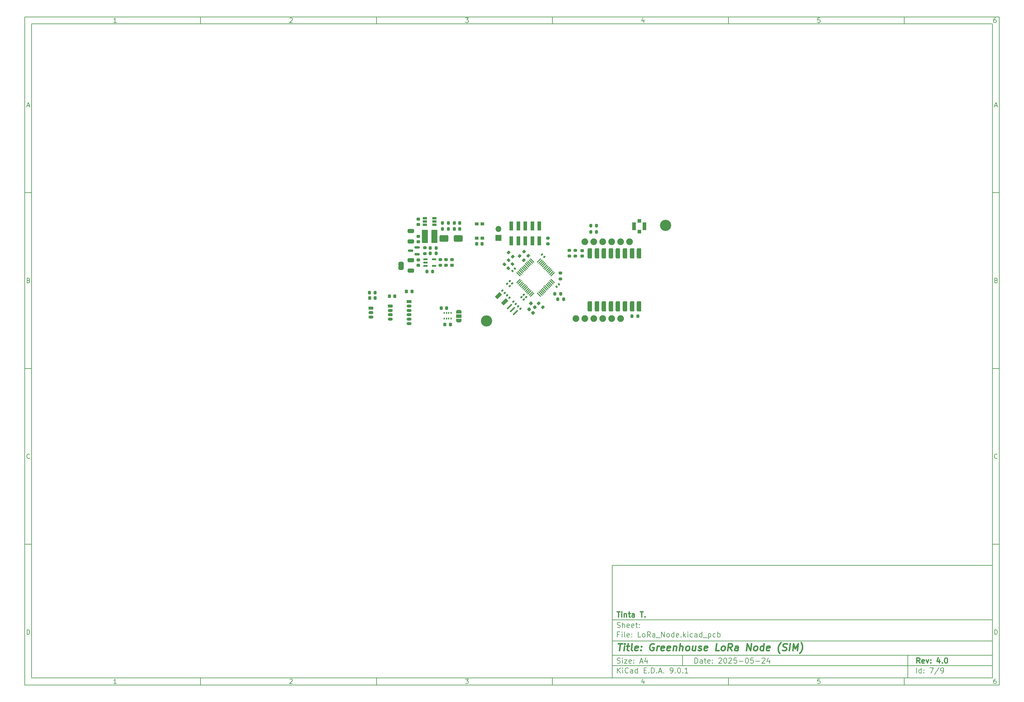
<source format=gbr>
%TF.GenerationSoftware,KiCad,Pcbnew,9.0.1*%
%TF.CreationDate,2025-07-03T23:24:32+02:00*%
%TF.ProjectId,LoRa_Node,4c6f5261-5f4e-46f6-9465-2e6b69636164,4.0*%
%TF.SameCoordinates,Original*%
%TF.FileFunction,Soldermask,Top*%
%TF.FilePolarity,Negative*%
%FSLAX46Y46*%
G04 Gerber Fmt 4.6, Leading zero omitted, Abs format (unit mm)*
G04 Created by KiCad (PCBNEW 9.0.1) date 2025-07-03 23:24:32*
%MOMM*%
%LPD*%
G01*
G04 APERTURE LIST*
G04 Aperture macros list*
%AMRoundRect*
0 Rectangle with rounded corners*
0 $1 Rounding radius*
0 $2 $3 $4 $5 $6 $7 $8 $9 X,Y pos of 4 corners*
0 Add a 4 corners polygon primitive as box body*
4,1,4,$2,$3,$4,$5,$6,$7,$8,$9,$2,$3,0*
0 Add four circle primitives for the rounded corners*
1,1,$1+$1,$2,$3*
1,1,$1+$1,$4,$5*
1,1,$1+$1,$6,$7*
1,1,$1+$1,$8,$9*
0 Add four rect primitives between the rounded corners*
20,1,$1+$1,$2,$3,$4,$5,0*
20,1,$1+$1,$4,$5,$6,$7,0*
20,1,$1+$1,$6,$7,$8,$9,0*
20,1,$1+$1,$8,$9,$2,$3,0*%
%AMRotRect*
0 Rectangle, with rotation*
0 The origin of the aperture is its center*
0 $1 length*
0 $2 width*
0 $3 Rotation angle, in degrees counterclockwise*
0 Add horizontal line*
21,1,$1,$2,0,0,$3*%
%AMFreePoly0*
4,1,23,0.500000,-0.750000,0.000000,-0.750000,0.000000,-0.745722,-0.065263,-0.745722,-0.191342,-0.711940,-0.304381,-0.646677,-0.396677,-0.554381,-0.461940,-0.441342,-0.495722,-0.315263,-0.495722,-0.250000,-0.500000,-0.250000,-0.500000,0.250000,-0.495722,0.250000,-0.495722,0.315263,-0.461940,0.441342,-0.396677,0.554381,-0.304381,0.646677,-0.191342,0.711940,-0.065263,0.745722,0.000000,0.745722,
0.000000,0.750000,0.500000,0.750000,0.500000,-0.750000,0.500000,-0.750000,$1*%
%AMFreePoly1*
4,1,23,0.000000,0.745722,0.065263,0.745722,0.191342,0.711940,0.304381,0.646677,0.396677,0.554381,0.461940,0.441342,0.495722,0.315263,0.495722,0.250000,0.500000,0.250000,0.500000,-0.250000,0.495722,-0.250000,0.495722,-0.315263,0.461940,-0.441342,0.396677,-0.554381,0.304381,-0.646677,0.191342,-0.711940,0.065263,-0.745722,0.000000,-0.745722,0.000000,-0.750000,-0.500000,-0.750000,
-0.500000,0.750000,0.000000,0.750000,0.000000,0.745722,0.000000,0.745722,$1*%
%AMFreePoly2*
4,1,23,0.550000,-0.750000,0.000000,-0.750000,0.000000,-0.745722,-0.065263,-0.745722,-0.191342,-0.711940,-0.304381,-0.646677,-0.396677,-0.554381,-0.461940,-0.441342,-0.495722,-0.315263,-0.495722,-0.250000,-0.500000,-0.250000,-0.500000,0.250000,-0.495722,0.250000,-0.495722,0.315263,-0.461940,0.441342,-0.396677,0.554381,-0.304381,0.646677,-0.191342,0.711940,-0.065263,0.745722,0.000000,0.745722,
0.000000,0.750000,0.550000,0.750000,0.550000,-0.750000,0.550000,-0.750000,$1*%
%AMFreePoly3*
4,1,23,0.000000,0.745722,0.065263,0.745722,0.191342,0.711940,0.304381,0.646677,0.396677,0.554381,0.461940,0.441342,0.495722,0.315263,0.495722,0.250000,0.500000,0.250000,0.500000,-0.250000,0.495722,-0.250000,0.495722,-0.315263,0.461940,-0.441342,0.396677,-0.554381,0.304381,-0.646677,0.191342,-0.711940,0.065263,-0.745722,0.000000,-0.745722,0.000000,-0.750000,-0.550000,-0.750000,
-0.550000,0.750000,0.000000,0.750000,0.000000,0.745722,0.000000,0.745722,$1*%
G04 Aperture macros list end*
%ADD10C,0.100000*%
%ADD11C,0.150000*%
%ADD12C,0.300000*%
%ADD13C,0.400000*%
%ADD14RoundRect,0.200000X0.200000X0.275000X-0.200000X0.275000X-0.200000X-0.275000X0.200000X-0.275000X0*%
%ADD15RoundRect,0.140000X-0.021213X0.219203X-0.219203X0.021213X0.021213X-0.219203X0.219203X-0.021213X0*%
%ADD16RoundRect,0.225000X-0.475000X0.225000X-0.475000X-0.225000X0.475000X-0.225000X0.475000X0.225000X0*%
%ADD17O,1.400000X0.900000*%
%ADD18RoundRect,0.200000X-0.335876X-0.053033X-0.053033X-0.335876X0.335876X0.053033X0.053033X0.335876X0*%
%ADD19R,1.000000X2.580000*%
%ADD20RoundRect,0.140000X0.219203X0.021213X0.021213X0.219203X-0.219203X-0.021213X-0.021213X-0.219203X0*%
%ADD21C,3.200000*%
%ADD22RoundRect,0.225000X-0.225000X-0.250000X0.225000X-0.250000X0.225000X0.250000X-0.225000X0.250000X0*%
%ADD23RoundRect,0.250000X0.650000X-0.325000X0.650000X0.325000X-0.650000X0.325000X-0.650000X-0.325000X0*%
%ADD24RoundRect,0.200000X-0.275000X0.200000X-0.275000X-0.200000X0.275000X-0.200000X0.275000X0.200000X0*%
%ADD25RoundRect,0.317500X0.317500X-1.157500X0.317500X1.157500X-0.317500X1.157500X-0.317500X-1.157500X0*%
%ADD26C,1.900000*%
%ADD27RoundRect,0.200000X-0.200000X-0.275000X0.200000X-0.275000X0.200000X0.275000X-0.200000X0.275000X0*%
%ADD28FreePoly0,270.000000*%
%ADD29FreePoly1,270.000000*%
%ADD30RoundRect,0.225000X0.225000X0.250000X-0.225000X0.250000X-0.225000X-0.250000X0.225000X-0.250000X0*%
%ADD31RoundRect,0.225000X-0.250000X0.225000X-0.250000X-0.225000X0.250000X-0.225000X0.250000X0.225000X0*%
%ADD32R,1.700000X3.700000*%
%ADD33RoundRect,0.102000X0.500000X0.275000X-0.500000X0.275000X-0.500000X-0.275000X0.500000X-0.275000X0*%
%ADD34RotRect,1.000000X1.800000X135.000000*%
%ADD35RoundRect,0.225000X0.250000X-0.225000X0.250000X0.225000X-0.250000X0.225000X-0.250000X-0.225000X0*%
%ADD36RoundRect,0.150000X0.587500X0.150000X-0.587500X0.150000X-0.587500X-0.150000X0.587500X-0.150000X0*%
%ADD37R,0.350000X0.500000*%
%ADD38R,1.000000X1.000000*%
%ADD39R,1.050000X2.200000*%
%ADD40RotRect,0.400000X1.900000X315.000000*%
%ADD41RoundRect,0.250000X-0.650000X0.325000X-0.650000X-0.325000X0.650000X-0.325000X0.650000X0.325000X0*%
%ADD42RoundRect,0.140000X0.021213X-0.219203X0.219203X-0.021213X-0.021213X0.219203X-0.219203X0.021213X0*%
%ADD43R,1.150000X0.600000*%
%ADD44R,1.700000X1.700000*%
%ADD45O,1.700000X1.700000*%
%ADD46RoundRect,0.200000X0.053033X-0.335876X0.335876X-0.053033X-0.053033X0.335876X-0.335876X0.053033X0*%
%ADD47RoundRect,0.140000X-0.219203X-0.021213X-0.021213X-0.219203X0.219203X0.021213X0.021213X0.219203X0*%
%ADD48RoundRect,0.200000X0.275000X-0.200000X0.275000X0.200000X-0.275000X0.200000X-0.275000X-0.200000X0*%
%ADD49R,1.000000X0.900000*%
%ADD50RoundRect,0.250000X1.000000X0.650000X-1.000000X0.650000X-1.000000X-0.650000X1.000000X-0.650000X0*%
%ADD51FreePoly2,270.000000*%
%ADD52R,1.500000X1.000000*%
%ADD53FreePoly3,270.000000*%
%ADD54RoundRect,0.225000X-0.335876X-0.017678X-0.017678X-0.335876X0.335876X0.017678X0.017678X0.335876X0*%
%ADD55RoundRect,0.075000X-0.415425X-0.521491X0.521491X0.415425X0.415425X0.521491X-0.521491X-0.415425X0*%
%ADD56RoundRect,0.075000X0.415425X-0.521491X0.521491X-0.415425X-0.415425X0.521491X-0.521491X0.415425X0*%
%ADD57RoundRect,0.200000X0.335876X0.053033X0.053033X0.335876X-0.335876X-0.053033X-0.053033X-0.335876X0*%
G04 APERTURE END LIST*
D10*
D11*
X177002200Y-166007200D02*
X285002200Y-166007200D01*
X285002200Y-198007200D01*
X177002200Y-198007200D01*
X177002200Y-166007200D01*
D10*
D11*
X10000000Y-10000000D02*
X287002200Y-10000000D01*
X287002200Y-200007200D01*
X10000000Y-200007200D01*
X10000000Y-10000000D01*
D10*
D11*
X12000000Y-12000000D02*
X285002200Y-12000000D01*
X285002200Y-198007200D01*
X12000000Y-198007200D01*
X12000000Y-12000000D01*
D10*
D11*
X60000000Y-12000000D02*
X60000000Y-10000000D01*
D10*
D11*
X110000000Y-12000000D02*
X110000000Y-10000000D01*
D10*
D11*
X160000000Y-12000000D02*
X160000000Y-10000000D01*
D10*
D11*
X210000000Y-12000000D02*
X210000000Y-10000000D01*
D10*
D11*
X260000000Y-12000000D02*
X260000000Y-10000000D01*
D10*
D11*
X36089160Y-11593604D02*
X35346303Y-11593604D01*
X35717731Y-11593604D02*
X35717731Y-10293604D01*
X35717731Y-10293604D02*
X35593922Y-10479319D01*
X35593922Y-10479319D02*
X35470112Y-10603128D01*
X35470112Y-10603128D02*
X35346303Y-10665033D01*
D10*
D11*
X85346303Y-10417414D02*
X85408207Y-10355509D01*
X85408207Y-10355509D02*
X85532017Y-10293604D01*
X85532017Y-10293604D02*
X85841541Y-10293604D01*
X85841541Y-10293604D02*
X85965350Y-10355509D01*
X85965350Y-10355509D02*
X86027255Y-10417414D01*
X86027255Y-10417414D02*
X86089160Y-10541223D01*
X86089160Y-10541223D02*
X86089160Y-10665033D01*
X86089160Y-10665033D02*
X86027255Y-10850747D01*
X86027255Y-10850747D02*
X85284398Y-11593604D01*
X85284398Y-11593604D02*
X86089160Y-11593604D01*
D10*
D11*
X135284398Y-10293604D02*
X136089160Y-10293604D01*
X136089160Y-10293604D02*
X135655826Y-10788842D01*
X135655826Y-10788842D02*
X135841541Y-10788842D01*
X135841541Y-10788842D02*
X135965350Y-10850747D01*
X135965350Y-10850747D02*
X136027255Y-10912652D01*
X136027255Y-10912652D02*
X136089160Y-11036461D01*
X136089160Y-11036461D02*
X136089160Y-11345985D01*
X136089160Y-11345985D02*
X136027255Y-11469795D01*
X136027255Y-11469795D02*
X135965350Y-11531700D01*
X135965350Y-11531700D02*
X135841541Y-11593604D01*
X135841541Y-11593604D02*
X135470112Y-11593604D01*
X135470112Y-11593604D02*
X135346303Y-11531700D01*
X135346303Y-11531700D02*
X135284398Y-11469795D01*
D10*
D11*
X185965350Y-10726938D02*
X185965350Y-11593604D01*
X185655826Y-10231700D02*
X185346303Y-11160271D01*
X185346303Y-11160271D02*
X186151064Y-11160271D01*
D10*
D11*
X236027255Y-10293604D02*
X235408207Y-10293604D01*
X235408207Y-10293604D02*
X235346303Y-10912652D01*
X235346303Y-10912652D02*
X235408207Y-10850747D01*
X235408207Y-10850747D02*
X235532017Y-10788842D01*
X235532017Y-10788842D02*
X235841541Y-10788842D01*
X235841541Y-10788842D02*
X235965350Y-10850747D01*
X235965350Y-10850747D02*
X236027255Y-10912652D01*
X236027255Y-10912652D02*
X236089160Y-11036461D01*
X236089160Y-11036461D02*
X236089160Y-11345985D01*
X236089160Y-11345985D02*
X236027255Y-11469795D01*
X236027255Y-11469795D02*
X235965350Y-11531700D01*
X235965350Y-11531700D02*
X235841541Y-11593604D01*
X235841541Y-11593604D02*
X235532017Y-11593604D01*
X235532017Y-11593604D02*
X235408207Y-11531700D01*
X235408207Y-11531700D02*
X235346303Y-11469795D01*
D10*
D11*
X285965350Y-10293604D02*
X285717731Y-10293604D01*
X285717731Y-10293604D02*
X285593922Y-10355509D01*
X285593922Y-10355509D02*
X285532017Y-10417414D01*
X285532017Y-10417414D02*
X285408207Y-10603128D01*
X285408207Y-10603128D02*
X285346303Y-10850747D01*
X285346303Y-10850747D02*
X285346303Y-11345985D01*
X285346303Y-11345985D02*
X285408207Y-11469795D01*
X285408207Y-11469795D02*
X285470112Y-11531700D01*
X285470112Y-11531700D02*
X285593922Y-11593604D01*
X285593922Y-11593604D02*
X285841541Y-11593604D01*
X285841541Y-11593604D02*
X285965350Y-11531700D01*
X285965350Y-11531700D02*
X286027255Y-11469795D01*
X286027255Y-11469795D02*
X286089160Y-11345985D01*
X286089160Y-11345985D02*
X286089160Y-11036461D01*
X286089160Y-11036461D02*
X286027255Y-10912652D01*
X286027255Y-10912652D02*
X285965350Y-10850747D01*
X285965350Y-10850747D02*
X285841541Y-10788842D01*
X285841541Y-10788842D02*
X285593922Y-10788842D01*
X285593922Y-10788842D02*
X285470112Y-10850747D01*
X285470112Y-10850747D02*
X285408207Y-10912652D01*
X285408207Y-10912652D02*
X285346303Y-11036461D01*
D10*
D11*
X60000000Y-198007200D02*
X60000000Y-200007200D01*
D10*
D11*
X110000000Y-198007200D02*
X110000000Y-200007200D01*
D10*
D11*
X160000000Y-198007200D02*
X160000000Y-200007200D01*
D10*
D11*
X210000000Y-198007200D02*
X210000000Y-200007200D01*
D10*
D11*
X260000000Y-198007200D02*
X260000000Y-200007200D01*
D10*
D11*
X36089160Y-199600804D02*
X35346303Y-199600804D01*
X35717731Y-199600804D02*
X35717731Y-198300804D01*
X35717731Y-198300804D02*
X35593922Y-198486519D01*
X35593922Y-198486519D02*
X35470112Y-198610328D01*
X35470112Y-198610328D02*
X35346303Y-198672233D01*
D10*
D11*
X85346303Y-198424614D02*
X85408207Y-198362709D01*
X85408207Y-198362709D02*
X85532017Y-198300804D01*
X85532017Y-198300804D02*
X85841541Y-198300804D01*
X85841541Y-198300804D02*
X85965350Y-198362709D01*
X85965350Y-198362709D02*
X86027255Y-198424614D01*
X86027255Y-198424614D02*
X86089160Y-198548423D01*
X86089160Y-198548423D02*
X86089160Y-198672233D01*
X86089160Y-198672233D02*
X86027255Y-198857947D01*
X86027255Y-198857947D02*
X85284398Y-199600804D01*
X85284398Y-199600804D02*
X86089160Y-199600804D01*
D10*
D11*
X135284398Y-198300804D02*
X136089160Y-198300804D01*
X136089160Y-198300804D02*
X135655826Y-198796042D01*
X135655826Y-198796042D02*
X135841541Y-198796042D01*
X135841541Y-198796042D02*
X135965350Y-198857947D01*
X135965350Y-198857947D02*
X136027255Y-198919852D01*
X136027255Y-198919852D02*
X136089160Y-199043661D01*
X136089160Y-199043661D02*
X136089160Y-199353185D01*
X136089160Y-199353185D02*
X136027255Y-199476995D01*
X136027255Y-199476995D02*
X135965350Y-199538900D01*
X135965350Y-199538900D02*
X135841541Y-199600804D01*
X135841541Y-199600804D02*
X135470112Y-199600804D01*
X135470112Y-199600804D02*
X135346303Y-199538900D01*
X135346303Y-199538900D02*
X135284398Y-199476995D01*
D10*
D11*
X185965350Y-198734138D02*
X185965350Y-199600804D01*
X185655826Y-198238900D02*
X185346303Y-199167471D01*
X185346303Y-199167471D02*
X186151064Y-199167471D01*
D10*
D11*
X236027255Y-198300804D02*
X235408207Y-198300804D01*
X235408207Y-198300804D02*
X235346303Y-198919852D01*
X235346303Y-198919852D02*
X235408207Y-198857947D01*
X235408207Y-198857947D02*
X235532017Y-198796042D01*
X235532017Y-198796042D02*
X235841541Y-198796042D01*
X235841541Y-198796042D02*
X235965350Y-198857947D01*
X235965350Y-198857947D02*
X236027255Y-198919852D01*
X236027255Y-198919852D02*
X236089160Y-199043661D01*
X236089160Y-199043661D02*
X236089160Y-199353185D01*
X236089160Y-199353185D02*
X236027255Y-199476995D01*
X236027255Y-199476995D02*
X235965350Y-199538900D01*
X235965350Y-199538900D02*
X235841541Y-199600804D01*
X235841541Y-199600804D02*
X235532017Y-199600804D01*
X235532017Y-199600804D02*
X235408207Y-199538900D01*
X235408207Y-199538900D02*
X235346303Y-199476995D01*
D10*
D11*
X285965350Y-198300804D02*
X285717731Y-198300804D01*
X285717731Y-198300804D02*
X285593922Y-198362709D01*
X285593922Y-198362709D02*
X285532017Y-198424614D01*
X285532017Y-198424614D02*
X285408207Y-198610328D01*
X285408207Y-198610328D02*
X285346303Y-198857947D01*
X285346303Y-198857947D02*
X285346303Y-199353185D01*
X285346303Y-199353185D02*
X285408207Y-199476995D01*
X285408207Y-199476995D02*
X285470112Y-199538900D01*
X285470112Y-199538900D02*
X285593922Y-199600804D01*
X285593922Y-199600804D02*
X285841541Y-199600804D01*
X285841541Y-199600804D02*
X285965350Y-199538900D01*
X285965350Y-199538900D02*
X286027255Y-199476995D01*
X286027255Y-199476995D02*
X286089160Y-199353185D01*
X286089160Y-199353185D02*
X286089160Y-199043661D01*
X286089160Y-199043661D02*
X286027255Y-198919852D01*
X286027255Y-198919852D02*
X285965350Y-198857947D01*
X285965350Y-198857947D02*
X285841541Y-198796042D01*
X285841541Y-198796042D02*
X285593922Y-198796042D01*
X285593922Y-198796042D02*
X285470112Y-198857947D01*
X285470112Y-198857947D02*
X285408207Y-198919852D01*
X285408207Y-198919852D02*
X285346303Y-199043661D01*
D10*
D11*
X10000000Y-60000000D02*
X12000000Y-60000000D01*
D10*
D11*
X10000000Y-110000000D02*
X12000000Y-110000000D01*
D10*
D11*
X10000000Y-160000000D02*
X12000000Y-160000000D01*
D10*
D11*
X10690476Y-35222176D02*
X11309523Y-35222176D01*
X10566666Y-35593604D02*
X10999999Y-34293604D01*
X10999999Y-34293604D02*
X11433333Y-35593604D01*
D10*
D11*
X11092857Y-84912652D02*
X11278571Y-84974557D01*
X11278571Y-84974557D02*
X11340476Y-85036461D01*
X11340476Y-85036461D02*
X11402380Y-85160271D01*
X11402380Y-85160271D02*
X11402380Y-85345985D01*
X11402380Y-85345985D02*
X11340476Y-85469795D01*
X11340476Y-85469795D02*
X11278571Y-85531700D01*
X11278571Y-85531700D02*
X11154761Y-85593604D01*
X11154761Y-85593604D02*
X10659523Y-85593604D01*
X10659523Y-85593604D02*
X10659523Y-84293604D01*
X10659523Y-84293604D02*
X11092857Y-84293604D01*
X11092857Y-84293604D02*
X11216666Y-84355509D01*
X11216666Y-84355509D02*
X11278571Y-84417414D01*
X11278571Y-84417414D02*
X11340476Y-84541223D01*
X11340476Y-84541223D02*
X11340476Y-84665033D01*
X11340476Y-84665033D02*
X11278571Y-84788842D01*
X11278571Y-84788842D02*
X11216666Y-84850747D01*
X11216666Y-84850747D02*
X11092857Y-84912652D01*
X11092857Y-84912652D02*
X10659523Y-84912652D01*
D10*
D11*
X11402380Y-135469795D02*
X11340476Y-135531700D01*
X11340476Y-135531700D02*
X11154761Y-135593604D01*
X11154761Y-135593604D02*
X11030952Y-135593604D01*
X11030952Y-135593604D02*
X10845238Y-135531700D01*
X10845238Y-135531700D02*
X10721428Y-135407890D01*
X10721428Y-135407890D02*
X10659523Y-135284080D01*
X10659523Y-135284080D02*
X10597619Y-135036461D01*
X10597619Y-135036461D02*
X10597619Y-134850747D01*
X10597619Y-134850747D02*
X10659523Y-134603128D01*
X10659523Y-134603128D02*
X10721428Y-134479319D01*
X10721428Y-134479319D02*
X10845238Y-134355509D01*
X10845238Y-134355509D02*
X11030952Y-134293604D01*
X11030952Y-134293604D02*
X11154761Y-134293604D01*
X11154761Y-134293604D02*
X11340476Y-134355509D01*
X11340476Y-134355509D02*
X11402380Y-134417414D01*
D10*
D11*
X10659523Y-185593604D02*
X10659523Y-184293604D01*
X10659523Y-184293604D02*
X10969047Y-184293604D01*
X10969047Y-184293604D02*
X11154761Y-184355509D01*
X11154761Y-184355509D02*
X11278571Y-184479319D01*
X11278571Y-184479319D02*
X11340476Y-184603128D01*
X11340476Y-184603128D02*
X11402380Y-184850747D01*
X11402380Y-184850747D02*
X11402380Y-185036461D01*
X11402380Y-185036461D02*
X11340476Y-185284080D01*
X11340476Y-185284080D02*
X11278571Y-185407890D01*
X11278571Y-185407890D02*
X11154761Y-185531700D01*
X11154761Y-185531700D02*
X10969047Y-185593604D01*
X10969047Y-185593604D02*
X10659523Y-185593604D01*
D10*
D11*
X287002200Y-60000000D02*
X285002200Y-60000000D01*
D10*
D11*
X287002200Y-110000000D02*
X285002200Y-110000000D01*
D10*
D11*
X287002200Y-160000000D02*
X285002200Y-160000000D01*
D10*
D11*
X285692676Y-35222176D02*
X286311723Y-35222176D01*
X285568866Y-35593604D02*
X286002199Y-34293604D01*
X286002199Y-34293604D02*
X286435533Y-35593604D01*
D10*
D11*
X286095057Y-84912652D02*
X286280771Y-84974557D01*
X286280771Y-84974557D02*
X286342676Y-85036461D01*
X286342676Y-85036461D02*
X286404580Y-85160271D01*
X286404580Y-85160271D02*
X286404580Y-85345985D01*
X286404580Y-85345985D02*
X286342676Y-85469795D01*
X286342676Y-85469795D02*
X286280771Y-85531700D01*
X286280771Y-85531700D02*
X286156961Y-85593604D01*
X286156961Y-85593604D02*
X285661723Y-85593604D01*
X285661723Y-85593604D02*
X285661723Y-84293604D01*
X285661723Y-84293604D02*
X286095057Y-84293604D01*
X286095057Y-84293604D02*
X286218866Y-84355509D01*
X286218866Y-84355509D02*
X286280771Y-84417414D01*
X286280771Y-84417414D02*
X286342676Y-84541223D01*
X286342676Y-84541223D02*
X286342676Y-84665033D01*
X286342676Y-84665033D02*
X286280771Y-84788842D01*
X286280771Y-84788842D02*
X286218866Y-84850747D01*
X286218866Y-84850747D02*
X286095057Y-84912652D01*
X286095057Y-84912652D02*
X285661723Y-84912652D01*
D10*
D11*
X286404580Y-135469795D02*
X286342676Y-135531700D01*
X286342676Y-135531700D02*
X286156961Y-135593604D01*
X286156961Y-135593604D02*
X286033152Y-135593604D01*
X286033152Y-135593604D02*
X285847438Y-135531700D01*
X285847438Y-135531700D02*
X285723628Y-135407890D01*
X285723628Y-135407890D02*
X285661723Y-135284080D01*
X285661723Y-135284080D02*
X285599819Y-135036461D01*
X285599819Y-135036461D02*
X285599819Y-134850747D01*
X285599819Y-134850747D02*
X285661723Y-134603128D01*
X285661723Y-134603128D02*
X285723628Y-134479319D01*
X285723628Y-134479319D02*
X285847438Y-134355509D01*
X285847438Y-134355509D02*
X286033152Y-134293604D01*
X286033152Y-134293604D02*
X286156961Y-134293604D01*
X286156961Y-134293604D02*
X286342676Y-134355509D01*
X286342676Y-134355509D02*
X286404580Y-134417414D01*
D10*
D11*
X285661723Y-185593604D02*
X285661723Y-184293604D01*
X285661723Y-184293604D02*
X285971247Y-184293604D01*
X285971247Y-184293604D02*
X286156961Y-184355509D01*
X286156961Y-184355509D02*
X286280771Y-184479319D01*
X286280771Y-184479319D02*
X286342676Y-184603128D01*
X286342676Y-184603128D02*
X286404580Y-184850747D01*
X286404580Y-184850747D02*
X286404580Y-185036461D01*
X286404580Y-185036461D02*
X286342676Y-185284080D01*
X286342676Y-185284080D02*
X286280771Y-185407890D01*
X286280771Y-185407890D02*
X286156961Y-185531700D01*
X286156961Y-185531700D02*
X285971247Y-185593604D01*
X285971247Y-185593604D02*
X285661723Y-185593604D01*
D10*
D11*
X200458026Y-193793328D02*
X200458026Y-192293328D01*
X200458026Y-192293328D02*
X200815169Y-192293328D01*
X200815169Y-192293328D02*
X201029455Y-192364757D01*
X201029455Y-192364757D02*
X201172312Y-192507614D01*
X201172312Y-192507614D02*
X201243741Y-192650471D01*
X201243741Y-192650471D02*
X201315169Y-192936185D01*
X201315169Y-192936185D02*
X201315169Y-193150471D01*
X201315169Y-193150471D02*
X201243741Y-193436185D01*
X201243741Y-193436185D02*
X201172312Y-193579042D01*
X201172312Y-193579042D02*
X201029455Y-193721900D01*
X201029455Y-193721900D02*
X200815169Y-193793328D01*
X200815169Y-193793328D02*
X200458026Y-193793328D01*
X202600884Y-193793328D02*
X202600884Y-193007614D01*
X202600884Y-193007614D02*
X202529455Y-192864757D01*
X202529455Y-192864757D02*
X202386598Y-192793328D01*
X202386598Y-192793328D02*
X202100884Y-192793328D01*
X202100884Y-192793328D02*
X201958026Y-192864757D01*
X202600884Y-193721900D02*
X202458026Y-193793328D01*
X202458026Y-193793328D02*
X202100884Y-193793328D01*
X202100884Y-193793328D02*
X201958026Y-193721900D01*
X201958026Y-193721900D02*
X201886598Y-193579042D01*
X201886598Y-193579042D02*
X201886598Y-193436185D01*
X201886598Y-193436185D02*
X201958026Y-193293328D01*
X201958026Y-193293328D02*
X202100884Y-193221900D01*
X202100884Y-193221900D02*
X202458026Y-193221900D01*
X202458026Y-193221900D02*
X202600884Y-193150471D01*
X203100884Y-192793328D02*
X203672312Y-192793328D01*
X203315169Y-192293328D02*
X203315169Y-193579042D01*
X203315169Y-193579042D02*
X203386598Y-193721900D01*
X203386598Y-193721900D02*
X203529455Y-193793328D01*
X203529455Y-193793328D02*
X203672312Y-193793328D01*
X204743741Y-193721900D02*
X204600884Y-193793328D01*
X204600884Y-193793328D02*
X204315170Y-193793328D01*
X204315170Y-193793328D02*
X204172312Y-193721900D01*
X204172312Y-193721900D02*
X204100884Y-193579042D01*
X204100884Y-193579042D02*
X204100884Y-193007614D01*
X204100884Y-193007614D02*
X204172312Y-192864757D01*
X204172312Y-192864757D02*
X204315170Y-192793328D01*
X204315170Y-192793328D02*
X204600884Y-192793328D01*
X204600884Y-192793328D02*
X204743741Y-192864757D01*
X204743741Y-192864757D02*
X204815170Y-193007614D01*
X204815170Y-193007614D02*
X204815170Y-193150471D01*
X204815170Y-193150471D02*
X204100884Y-193293328D01*
X205458026Y-193650471D02*
X205529455Y-193721900D01*
X205529455Y-193721900D02*
X205458026Y-193793328D01*
X205458026Y-193793328D02*
X205386598Y-193721900D01*
X205386598Y-193721900D02*
X205458026Y-193650471D01*
X205458026Y-193650471D02*
X205458026Y-193793328D01*
X205458026Y-192864757D02*
X205529455Y-192936185D01*
X205529455Y-192936185D02*
X205458026Y-193007614D01*
X205458026Y-193007614D02*
X205386598Y-192936185D01*
X205386598Y-192936185D02*
X205458026Y-192864757D01*
X205458026Y-192864757D02*
X205458026Y-193007614D01*
X207243741Y-192436185D02*
X207315169Y-192364757D01*
X207315169Y-192364757D02*
X207458027Y-192293328D01*
X207458027Y-192293328D02*
X207815169Y-192293328D01*
X207815169Y-192293328D02*
X207958027Y-192364757D01*
X207958027Y-192364757D02*
X208029455Y-192436185D01*
X208029455Y-192436185D02*
X208100884Y-192579042D01*
X208100884Y-192579042D02*
X208100884Y-192721900D01*
X208100884Y-192721900D02*
X208029455Y-192936185D01*
X208029455Y-192936185D02*
X207172312Y-193793328D01*
X207172312Y-193793328D02*
X208100884Y-193793328D01*
X209029455Y-192293328D02*
X209172312Y-192293328D01*
X209172312Y-192293328D02*
X209315169Y-192364757D01*
X209315169Y-192364757D02*
X209386598Y-192436185D01*
X209386598Y-192436185D02*
X209458026Y-192579042D01*
X209458026Y-192579042D02*
X209529455Y-192864757D01*
X209529455Y-192864757D02*
X209529455Y-193221900D01*
X209529455Y-193221900D02*
X209458026Y-193507614D01*
X209458026Y-193507614D02*
X209386598Y-193650471D01*
X209386598Y-193650471D02*
X209315169Y-193721900D01*
X209315169Y-193721900D02*
X209172312Y-193793328D01*
X209172312Y-193793328D02*
X209029455Y-193793328D01*
X209029455Y-193793328D02*
X208886598Y-193721900D01*
X208886598Y-193721900D02*
X208815169Y-193650471D01*
X208815169Y-193650471D02*
X208743740Y-193507614D01*
X208743740Y-193507614D02*
X208672312Y-193221900D01*
X208672312Y-193221900D02*
X208672312Y-192864757D01*
X208672312Y-192864757D02*
X208743740Y-192579042D01*
X208743740Y-192579042D02*
X208815169Y-192436185D01*
X208815169Y-192436185D02*
X208886598Y-192364757D01*
X208886598Y-192364757D02*
X209029455Y-192293328D01*
X210100883Y-192436185D02*
X210172311Y-192364757D01*
X210172311Y-192364757D02*
X210315169Y-192293328D01*
X210315169Y-192293328D02*
X210672311Y-192293328D01*
X210672311Y-192293328D02*
X210815169Y-192364757D01*
X210815169Y-192364757D02*
X210886597Y-192436185D01*
X210886597Y-192436185D02*
X210958026Y-192579042D01*
X210958026Y-192579042D02*
X210958026Y-192721900D01*
X210958026Y-192721900D02*
X210886597Y-192936185D01*
X210886597Y-192936185D02*
X210029454Y-193793328D01*
X210029454Y-193793328D02*
X210958026Y-193793328D01*
X212315168Y-192293328D02*
X211600882Y-192293328D01*
X211600882Y-192293328D02*
X211529454Y-193007614D01*
X211529454Y-193007614D02*
X211600882Y-192936185D01*
X211600882Y-192936185D02*
X211743740Y-192864757D01*
X211743740Y-192864757D02*
X212100882Y-192864757D01*
X212100882Y-192864757D02*
X212243740Y-192936185D01*
X212243740Y-192936185D02*
X212315168Y-193007614D01*
X212315168Y-193007614D02*
X212386597Y-193150471D01*
X212386597Y-193150471D02*
X212386597Y-193507614D01*
X212386597Y-193507614D02*
X212315168Y-193650471D01*
X212315168Y-193650471D02*
X212243740Y-193721900D01*
X212243740Y-193721900D02*
X212100882Y-193793328D01*
X212100882Y-193793328D02*
X211743740Y-193793328D01*
X211743740Y-193793328D02*
X211600882Y-193721900D01*
X211600882Y-193721900D02*
X211529454Y-193650471D01*
X213029453Y-193221900D02*
X214172311Y-193221900D01*
X215172311Y-192293328D02*
X215315168Y-192293328D01*
X215315168Y-192293328D02*
X215458025Y-192364757D01*
X215458025Y-192364757D02*
X215529454Y-192436185D01*
X215529454Y-192436185D02*
X215600882Y-192579042D01*
X215600882Y-192579042D02*
X215672311Y-192864757D01*
X215672311Y-192864757D02*
X215672311Y-193221900D01*
X215672311Y-193221900D02*
X215600882Y-193507614D01*
X215600882Y-193507614D02*
X215529454Y-193650471D01*
X215529454Y-193650471D02*
X215458025Y-193721900D01*
X215458025Y-193721900D02*
X215315168Y-193793328D01*
X215315168Y-193793328D02*
X215172311Y-193793328D01*
X215172311Y-193793328D02*
X215029454Y-193721900D01*
X215029454Y-193721900D02*
X214958025Y-193650471D01*
X214958025Y-193650471D02*
X214886596Y-193507614D01*
X214886596Y-193507614D02*
X214815168Y-193221900D01*
X214815168Y-193221900D02*
X214815168Y-192864757D01*
X214815168Y-192864757D02*
X214886596Y-192579042D01*
X214886596Y-192579042D02*
X214958025Y-192436185D01*
X214958025Y-192436185D02*
X215029454Y-192364757D01*
X215029454Y-192364757D02*
X215172311Y-192293328D01*
X217029453Y-192293328D02*
X216315167Y-192293328D01*
X216315167Y-192293328D02*
X216243739Y-193007614D01*
X216243739Y-193007614D02*
X216315167Y-192936185D01*
X216315167Y-192936185D02*
X216458025Y-192864757D01*
X216458025Y-192864757D02*
X216815167Y-192864757D01*
X216815167Y-192864757D02*
X216958025Y-192936185D01*
X216958025Y-192936185D02*
X217029453Y-193007614D01*
X217029453Y-193007614D02*
X217100882Y-193150471D01*
X217100882Y-193150471D02*
X217100882Y-193507614D01*
X217100882Y-193507614D02*
X217029453Y-193650471D01*
X217029453Y-193650471D02*
X216958025Y-193721900D01*
X216958025Y-193721900D02*
X216815167Y-193793328D01*
X216815167Y-193793328D02*
X216458025Y-193793328D01*
X216458025Y-193793328D02*
X216315167Y-193721900D01*
X216315167Y-193721900D02*
X216243739Y-193650471D01*
X217743738Y-193221900D02*
X218886596Y-193221900D01*
X219529453Y-192436185D02*
X219600881Y-192364757D01*
X219600881Y-192364757D02*
X219743739Y-192293328D01*
X219743739Y-192293328D02*
X220100881Y-192293328D01*
X220100881Y-192293328D02*
X220243739Y-192364757D01*
X220243739Y-192364757D02*
X220315167Y-192436185D01*
X220315167Y-192436185D02*
X220386596Y-192579042D01*
X220386596Y-192579042D02*
X220386596Y-192721900D01*
X220386596Y-192721900D02*
X220315167Y-192936185D01*
X220315167Y-192936185D02*
X219458024Y-193793328D01*
X219458024Y-193793328D02*
X220386596Y-193793328D01*
X221672310Y-192793328D02*
X221672310Y-193793328D01*
X221315167Y-192221900D02*
X220958024Y-193293328D01*
X220958024Y-193293328D02*
X221886595Y-193293328D01*
D10*
D11*
X177002200Y-194507200D02*
X285002200Y-194507200D01*
D10*
D11*
X178458026Y-196593328D02*
X178458026Y-195093328D01*
X179315169Y-196593328D02*
X178672312Y-195736185D01*
X179315169Y-195093328D02*
X178458026Y-195950471D01*
X179958026Y-196593328D02*
X179958026Y-195593328D01*
X179958026Y-195093328D02*
X179886598Y-195164757D01*
X179886598Y-195164757D02*
X179958026Y-195236185D01*
X179958026Y-195236185D02*
X180029455Y-195164757D01*
X180029455Y-195164757D02*
X179958026Y-195093328D01*
X179958026Y-195093328D02*
X179958026Y-195236185D01*
X181529455Y-196450471D02*
X181458027Y-196521900D01*
X181458027Y-196521900D02*
X181243741Y-196593328D01*
X181243741Y-196593328D02*
X181100884Y-196593328D01*
X181100884Y-196593328D02*
X180886598Y-196521900D01*
X180886598Y-196521900D02*
X180743741Y-196379042D01*
X180743741Y-196379042D02*
X180672312Y-196236185D01*
X180672312Y-196236185D02*
X180600884Y-195950471D01*
X180600884Y-195950471D02*
X180600884Y-195736185D01*
X180600884Y-195736185D02*
X180672312Y-195450471D01*
X180672312Y-195450471D02*
X180743741Y-195307614D01*
X180743741Y-195307614D02*
X180886598Y-195164757D01*
X180886598Y-195164757D02*
X181100884Y-195093328D01*
X181100884Y-195093328D02*
X181243741Y-195093328D01*
X181243741Y-195093328D02*
X181458027Y-195164757D01*
X181458027Y-195164757D02*
X181529455Y-195236185D01*
X182815170Y-196593328D02*
X182815170Y-195807614D01*
X182815170Y-195807614D02*
X182743741Y-195664757D01*
X182743741Y-195664757D02*
X182600884Y-195593328D01*
X182600884Y-195593328D02*
X182315170Y-195593328D01*
X182315170Y-195593328D02*
X182172312Y-195664757D01*
X182815170Y-196521900D02*
X182672312Y-196593328D01*
X182672312Y-196593328D02*
X182315170Y-196593328D01*
X182315170Y-196593328D02*
X182172312Y-196521900D01*
X182172312Y-196521900D02*
X182100884Y-196379042D01*
X182100884Y-196379042D02*
X182100884Y-196236185D01*
X182100884Y-196236185D02*
X182172312Y-196093328D01*
X182172312Y-196093328D02*
X182315170Y-196021900D01*
X182315170Y-196021900D02*
X182672312Y-196021900D01*
X182672312Y-196021900D02*
X182815170Y-195950471D01*
X184172313Y-196593328D02*
X184172313Y-195093328D01*
X184172313Y-196521900D02*
X184029455Y-196593328D01*
X184029455Y-196593328D02*
X183743741Y-196593328D01*
X183743741Y-196593328D02*
X183600884Y-196521900D01*
X183600884Y-196521900D02*
X183529455Y-196450471D01*
X183529455Y-196450471D02*
X183458027Y-196307614D01*
X183458027Y-196307614D02*
X183458027Y-195879042D01*
X183458027Y-195879042D02*
X183529455Y-195736185D01*
X183529455Y-195736185D02*
X183600884Y-195664757D01*
X183600884Y-195664757D02*
X183743741Y-195593328D01*
X183743741Y-195593328D02*
X184029455Y-195593328D01*
X184029455Y-195593328D02*
X184172313Y-195664757D01*
X186029455Y-195807614D02*
X186529455Y-195807614D01*
X186743741Y-196593328D02*
X186029455Y-196593328D01*
X186029455Y-196593328D02*
X186029455Y-195093328D01*
X186029455Y-195093328D02*
X186743741Y-195093328D01*
X187386598Y-196450471D02*
X187458027Y-196521900D01*
X187458027Y-196521900D02*
X187386598Y-196593328D01*
X187386598Y-196593328D02*
X187315170Y-196521900D01*
X187315170Y-196521900D02*
X187386598Y-196450471D01*
X187386598Y-196450471D02*
X187386598Y-196593328D01*
X188100884Y-196593328D02*
X188100884Y-195093328D01*
X188100884Y-195093328D02*
X188458027Y-195093328D01*
X188458027Y-195093328D02*
X188672313Y-195164757D01*
X188672313Y-195164757D02*
X188815170Y-195307614D01*
X188815170Y-195307614D02*
X188886599Y-195450471D01*
X188886599Y-195450471D02*
X188958027Y-195736185D01*
X188958027Y-195736185D02*
X188958027Y-195950471D01*
X188958027Y-195950471D02*
X188886599Y-196236185D01*
X188886599Y-196236185D02*
X188815170Y-196379042D01*
X188815170Y-196379042D02*
X188672313Y-196521900D01*
X188672313Y-196521900D02*
X188458027Y-196593328D01*
X188458027Y-196593328D02*
X188100884Y-196593328D01*
X189600884Y-196450471D02*
X189672313Y-196521900D01*
X189672313Y-196521900D02*
X189600884Y-196593328D01*
X189600884Y-196593328D02*
X189529456Y-196521900D01*
X189529456Y-196521900D02*
X189600884Y-196450471D01*
X189600884Y-196450471D02*
X189600884Y-196593328D01*
X190243742Y-196164757D02*
X190958028Y-196164757D01*
X190100885Y-196593328D02*
X190600885Y-195093328D01*
X190600885Y-195093328D02*
X191100885Y-196593328D01*
X191600884Y-196450471D02*
X191672313Y-196521900D01*
X191672313Y-196521900D02*
X191600884Y-196593328D01*
X191600884Y-196593328D02*
X191529456Y-196521900D01*
X191529456Y-196521900D02*
X191600884Y-196450471D01*
X191600884Y-196450471D02*
X191600884Y-196593328D01*
X193529456Y-196593328D02*
X193815170Y-196593328D01*
X193815170Y-196593328D02*
X193958027Y-196521900D01*
X193958027Y-196521900D02*
X194029456Y-196450471D01*
X194029456Y-196450471D02*
X194172313Y-196236185D01*
X194172313Y-196236185D02*
X194243742Y-195950471D01*
X194243742Y-195950471D02*
X194243742Y-195379042D01*
X194243742Y-195379042D02*
X194172313Y-195236185D01*
X194172313Y-195236185D02*
X194100885Y-195164757D01*
X194100885Y-195164757D02*
X193958027Y-195093328D01*
X193958027Y-195093328D02*
X193672313Y-195093328D01*
X193672313Y-195093328D02*
X193529456Y-195164757D01*
X193529456Y-195164757D02*
X193458027Y-195236185D01*
X193458027Y-195236185D02*
X193386599Y-195379042D01*
X193386599Y-195379042D02*
X193386599Y-195736185D01*
X193386599Y-195736185D02*
X193458027Y-195879042D01*
X193458027Y-195879042D02*
X193529456Y-195950471D01*
X193529456Y-195950471D02*
X193672313Y-196021900D01*
X193672313Y-196021900D02*
X193958027Y-196021900D01*
X193958027Y-196021900D02*
X194100885Y-195950471D01*
X194100885Y-195950471D02*
X194172313Y-195879042D01*
X194172313Y-195879042D02*
X194243742Y-195736185D01*
X194886598Y-196450471D02*
X194958027Y-196521900D01*
X194958027Y-196521900D02*
X194886598Y-196593328D01*
X194886598Y-196593328D02*
X194815170Y-196521900D01*
X194815170Y-196521900D02*
X194886598Y-196450471D01*
X194886598Y-196450471D02*
X194886598Y-196593328D01*
X195886599Y-195093328D02*
X196029456Y-195093328D01*
X196029456Y-195093328D02*
X196172313Y-195164757D01*
X196172313Y-195164757D02*
X196243742Y-195236185D01*
X196243742Y-195236185D02*
X196315170Y-195379042D01*
X196315170Y-195379042D02*
X196386599Y-195664757D01*
X196386599Y-195664757D02*
X196386599Y-196021900D01*
X196386599Y-196021900D02*
X196315170Y-196307614D01*
X196315170Y-196307614D02*
X196243742Y-196450471D01*
X196243742Y-196450471D02*
X196172313Y-196521900D01*
X196172313Y-196521900D02*
X196029456Y-196593328D01*
X196029456Y-196593328D02*
X195886599Y-196593328D01*
X195886599Y-196593328D02*
X195743742Y-196521900D01*
X195743742Y-196521900D02*
X195672313Y-196450471D01*
X195672313Y-196450471D02*
X195600884Y-196307614D01*
X195600884Y-196307614D02*
X195529456Y-196021900D01*
X195529456Y-196021900D02*
X195529456Y-195664757D01*
X195529456Y-195664757D02*
X195600884Y-195379042D01*
X195600884Y-195379042D02*
X195672313Y-195236185D01*
X195672313Y-195236185D02*
X195743742Y-195164757D01*
X195743742Y-195164757D02*
X195886599Y-195093328D01*
X197029455Y-196450471D02*
X197100884Y-196521900D01*
X197100884Y-196521900D02*
X197029455Y-196593328D01*
X197029455Y-196593328D02*
X196958027Y-196521900D01*
X196958027Y-196521900D02*
X197029455Y-196450471D01*
X197029455Y-196450471D02*
X197029455Y-196593328D01*
X198529456Y-196593328D02*
X197672313Y-196593328D01*
X198100884Y-196593328D02*
X198100884Y-195093328D01*
X198100884Y-195093328D02*
X197958027Y-195307614D01*
X197958027Y-195307614D02*
X197815170Y-195450471D01*
X197815170Y-195450471D02*
X197672313Y-195521900D01*
D10*
D11*
X177002200Y-191507200D02*
X285002200Y-191507200D01*
D10*
D12*
X264413853Y-193785528D02*
X263913853Y-193071242D01*
X263556710Y-193785528D02*
X263556710Y-192285528D01*
X263556710Y-192285528D02*
X264128139Y-192285528D01*
X264128139Y-192285528D02*
X264270996Y-192356957D01*
X264270996Y-192356957D02*
X264342425Y-192428385D01*
X264342425Y-192428385D02*
X264413853Y-192571242D01*
X264413853Y-192571242D02*
X264413853Y-192785528D01*
X264413853Y-192785528D02*
X264342425Y-192928385D01*
X264342425Y-192928385D02*
X264270996Y-192999814D01*
X264270996Y-192999814D02*
X264128139Y-193071242D01*
X264128139Y-193071242D02*
X263556710Y-193071242D01*
X265628139Y-193714100D02*
X265485282Y-193785528D01*
X265485282Y-193785528D02*
X265199568Y-193785528D01*
X265199568Y-193785528D02*
X265056710Y-193714100D01*
X265056710Y-193714100D02*
X264985282Y-193571242D01*
X264985282Y-193571242D02*
X264985282Y-192999814D01*
X264985282Y-192999814D02*
X265056710Y-192856957D01*
X265056710Y-192856957D02*
X265199568Y-192785528D01*
X265199568Y-192785528D02*
X265485282Y-192785528D01*
X265485282Y-192785528D02*
X265628139Y-192856957D01*
X265628139Y-192856957D02*
X265699568Y-192999814D01*
X265699568Y-192999814D02*
X265699568Y-193142671D01*
X265699568Y-193142671D02*
X264985282Y-193285528D01*
X266199567Y-192785528D02*
X266556710Y-193785528D01*
X266556710Y-193785528D02*
X266913853Y-192785528D01*
X267485281Y-193642671D02*
X267556710Y-193714100D01*
X267556710Y-193714100D02*
X267485281Y-193785528D01*
X267485281Y-193785528D02*
X267413853Y-193714100D01*
X267413853Y-193714100D02*
X267485281Y-193642671D01*
X267485281Y-193642671D02*
X267485281Y-193785528D01*
X267485281Y-192856957D02*
X267556710Y-192928385D01*
X267556710Y-192928385D02*
X267485281Y-192999814D01*
X267485281Y-192999814D02*
X267413853Y-192928385D01*
X267413853Y-192928385D02*
X267485281Y-192856957D01*
X267485281Y-192856957D02*
X267485281Y-192999814D01*
X269985282Y-192785528D02*
X269985282Y-193785528D01*
X269628139Y-192214100D02*
X269270996Y-193285528D01*
X269270996Y-193285528D02*
X270199567Y-193285528D01*
X270770995Y-193642671D02*
X270842424Y-193714100D01*
X270842424Y-193714100D02*
X270770995Y-193785528D01*
X270770995Y-193785528D02*
X270699567Y-193714100D01*
X270699567Y-193714100D02*
X270770995Y-193642671D01*
X270770995Y-193642671D02*
X270770995Y-193785528D01*
X271770996Y-192285528D02*
X271913853Y-192285528D01*
X271913853Y-192285528D02*
X272056710Y-192356957D01*
X272056710Y-192356957D02*
X272128139Y-192428385D01*
X272128139Y-192428385D02*
X272199567Y-192571242D01*
X272199567Y-192571242D02*
X272270996Y-192856957D01*
X272270996Y-192856957D02*
X272270996Y-193214100D01*
X272270996Y-193214100D02*
X272199567Y-193499814D01*
X272199567Y-193499814D02*
X272128139Y-193642671D01*
X272128139Y-193642671D02*
X272056710Y-193714100D01*
X272056710Y-193714100D02*
X271913853Y-193785528D01*
X271913853Y-193785528D02*
X271770996Y-193785528D01*
X271770996Y-193785528D02*
X271628139Y-193714100D01*
X271628139Y-193714100D02*
X271556710Y-193642671D01*
X271556710Y-193642671D02*
X271485281Y-193499814D01*
X271485281Y-193499814D02*
X271413853Y-193214100D01*
X271413853Y-193214100D02*
X271413853Y-192856957D01*
X271413853Y-192856957D02*
X271485281Y-192571242D01*
X271485281Y-192571242D02*
X271556710Y-192428385D01*
X271556710Y-192428385D02*
X271628139Y-192356957D01*
X271628139Y-192356957D02*
X271770996Y-192285528D01*
D10*
D11*
X178386598Y-193721900D02*
X178600884Y-193793328D01*
X178600884Y-193793328D02*
X178958026Y-193793328D01*
X178958026Y-193793328D02*
X179100884Y-193721900D01*
X179100884Y-193721900D02*
X179172312Y-193650471D01*
X179172312Y-193650471D02*
X179243741Y-193507614D01*
X179243741Y-193507614D02*
X179243741Y-193364757D01*
X179243741Y-193364757D02*
X179172312Y-193221900D01*
X179172312Y-193221900D02*
X179100884Y-193150471D01*
X179100884Y-193150471D02*
X178958026Y-193079042D01*
X178958026Y-193079042D02*
X178672312Y-193007614D01*
X178672312Y-193007614D02*
X178529455Y-192936185D01*
X178529455Y-192936185D02*
X178458026Y-192864757D01*
X178458026Y-192864757D02*
X178386598Y-192721900D01*
X178386598Y-192721900D02*
X178386598Y-192579042D01*
X178386598Y-192579042D02*
X178458026Y-192436185D01*
X178458026Y-192436185D02*
X178529455Y-192364757D01*
X178529455Y-192364757D02*
X178672312Y-192293328D01*
X178672312Y-192293328D02*
X179029455Y-192293328D01*
X179029455Y-192293328D02*
X179243741Y-192364757D01*
X179886597Y-193793328D02*
X179886597Y-192793328D01*
X179886597Y-192293328D02*
X179815169Y-192364757D01*
X179815169Y-192364757D02*
X179886597Y-192436185D01*
X179886597Y-192436185D02*
X179958026Y-192364757D01*
X179958026Y-192364757D02*
X179886597Y-192293328D01*
X179886597Y-192293328D02*
X179886597Y-192436185D01*
X180458026Y-192793328D02*
X181243741Y-192793328D01*
X181243741Y-192793328D02*
X180458026Y-193793328D01*
X180458026Y-193793328D02*
X181243741Y-193793328D01*
X182386598Y-193721900D02*
X182243741Y-193793328D01*
X182243741Y-193793328D02*
X181958027Y-193793328D01*
X181958027Y-193793328D02*
X181815169Y-193721900D01*
X181815169Y-193721900D02*
X181743741Y-193579042D01*
X181743741Y-193579042D02*
X181743741Y-193007614D01*
X181743741Y-193007614D02*
X181815169Y-192864757D01*
X181815169Y-192864757D02*
X181958027Y-192793328D01*
X181958027Y-192793328D02*
X182243741Y-192793328D01*
X182243741Y-192793328D02*
X182386598Y-192864757D01*
X182386598Y-192864757D02*
X182458027Y-193007614D01*
X182458027Y-193007614D02*
X182458027Y-193150471D01*
X182458027Y-193150471D02*
X181743741Y-193293328D01*
X183100883Y-193650471D02*
X183172312Y-193721900D01*
X183172312Y-193721900D02*
X183100883Y-193793328D01*
X183100883Y-193793328D02*
X183029455Y-193721900D01*
X183029455Y-193721900D02*
X183100883Y-193650471D01*
X183100883Y-193650471D02*
X183100883Y-193793328D01*
X183100883Y-192864757D02*
X183172312Y-192936185D01*
X183172312Y-192936185D02*
X183100883Y-193007614D01*
X183100883Y-193007614D02*
X183029455Y-192936185D01*
X183029455Y-192936185D02*
X183100883Y-192864757D01*
X183100883Y-192864757D02*
X183100883Y-193007614D01*
X184886598Y-193364757D02*
X185600884Y-193364757D01*
X184743741Y-193793328D02*
X185243741Y-192293328D01*
X185243741Y-192293328D02*
X185743741Y-193793328D01*
X186886598Y-192793328D02*
X186886598Y-193793328D01*
X186529455Y-192221900D02*
X186172312Y-193293328D01*
X186172312Y-193293328D02*
X187100883Y-193293328D01*
D10*
D11*
X263458026Y-196593328D02*
X263458026Y-195093328D01*
X264815170Y-196593328D02*
X264815170Y-195093328D01*
X264815170Y-196521900D02*
X264672312Y-196593328D01*
X264672312Y-196593328D02*
X264386598Y-196593328D01*
X264386598Y-196593328D02*
X264243741Y-196521900D01*
X264243741Y-196521900D02*
X264172312Y-196450471D01*
X264172312Y-196450471D02*
X264100884Y-196307614D01*
X264100884Y-196307614D02*
X264100884Y-195879042D01*
X264100884Y-195879042D02*
X264172312Y-195736185D01*
X264172312Y-195736185D02*
X264243741Y-195664757D01*
X264243741Y-195664757D02*
X264386598Y-195593328D01*
X264386598Y-195593328D02*
X264672312Y-195593328D01*
X264672312Y-195593328D02*
X264815170Y-195664757D01*
X265529455Y-196450471D02*
X265600884Y-196521900D01*
X265600884Y-196521900D02*
X265529455Y-196593328D01*
X265529455Y-196593328D02*
X265458027Y-196521900D01*
X265458027Y-196521900D02*
X265529455Y-196450471D01*
X265529455Y-196450471D02*
X265529455Y-196593328D01*
X265529455Y-195664757D02*
X265600884Y-195736185D01*
X265600884Y-195736185D02*
X265529455Y-195807614D01*
X265529455Y-195807614D02*
X265458027Y-195736185D01*
X265458027Y-195736185D02*
X265529455Y-195664757D01*
X265529455Y-195664757D02*
X265529455Y-195807614D01*
X267243741Y-195093328D02*
X268243741Y-195093328D01*
X268243741Y-195093328D02*
X267600884Y-196593328D01*
X269886598Y-195021900D02*
X268600884Y-196950471D01*
X270458027Y-196593328D02*
X270743741Y-196593328D01*
X270743741Y-196593328D02*
X270886598Y-196521900D01*
X270886598Y-196521900D02*
X270958027Y-196450471D01*
X270958027Y-196450471D02*
X271100884Y-196236185D01*
X271100884Y-196236185D02*
X271172313Y-195950471D01*
X271172313Y-195950471D02*
X271172313Y-195379042D01*
X271172313Y-195379042D02*
X271100884Y-195236185D01*
X271100884Y-195236185D02*
X271029456Y-195164757D01*
X271029456Y-195164757D02*
X270886598Y-195093328D01*
X270886598Y-195093328D02*
X270600884Y-195093328D01*
X270600884Y-195093328D02*
X270458027Y-195164757D01*
X270458027Y-195164757D02*
X270386598Y-195236185D01*
X270386598Y-195236185D02*
X270315170Y-195379042D01*
X270315170Y-195379042D02*
X270315170Y-195736185D01*
X270315170Y-195736185D02*
X270386598Y-195879042D01*
X270386598Y-195879042D02*
X270458027Y-195950471D01*
X270458027Y-195950471D02*
X270600884Y-196021900D01*
X270600884Y-196021900D02*
X270886598Y-196021900D01*
X270886598Y-196021900D02*
X271029456Y-195950471D01*
X271029456Y-195950471D02*
X271100884Y-195879042D01*
X271100884Y-195879042D02*
X271172313Y-195736185D01*
D10*
D11*
X177002200Y-187507200D02*
X285002200Y-187507200D01*
D10*
D13*
X178693928Y-188211638D02*
X179836785Y-188211638D01*
X179015357Y-190211638D02*
X179265357Y-188211638D01*
X180253452Y-190211638D02*
X180420119Y-188878304D01*
X180503452Y-188211638D02*
X180396309Y-188306876D01*
X180396309Y-188306876D02*
X180479643Y-188402114D01*
X180479643Y-188402114D02*
X180586786Y-188306876D01*
X180586786Y-188306876D02*
X180503452Y-188211638D01*
X180503452Y-188211638D02*
X180479643Y-188402114D01*
X181086786Y-188878304D02*
X181848690Y-188878304D01*
X181455833Y-188211638D02*
X181241548Y-189925923D01*
X181241548Y-189925923D02*
X181312976Y-190116400D01*
X181312976Y-190116400D02*
X181491548Y-190211638D01*
X181491548Y-190211638D02*
X181682024Y-190211638D01*
X182634405Y-190211638D02*
X182455833Y-190116400D01*
X182455833Y-190116400D02*
X182384405Y-189925923D01*
X182384405Y-189925923D02*
X182598690Y-188211638D01*
X184170119Y-190116400D02*
X183967738Y-190211638D01*
X183967738Y-190211638D02*
X183586785Y-190211638D01*
X183586785Y-190211638D02*
X183408214Y-190116400D01*
X183408214Y-190116400D02*
X183336785Y-189925923D01*
X183336785Y-189925923D02*
X183432024Y-189164019D01*
X183432024Y-189164019D02*
X183551071Y-188973542D01*
X183551071Y-188973542D02*
X183753452Y-188878304D01*
X183753452Y-188878304D02*
X184134404Y-188878304D01*
X184134404Y-188878304D02*
X184312976Y-188973542D01*
X184312976Y-188973542D02*
X184384404Y-189164019D01*
X184384404Y-189164019D02*
X184360595Y-189354495D01*
X184360595Y-189354495D02*
X183384404Y-189544971D01*
X185134405Y-190021161D02*
X185217738Y-190116400D01*
X185217738Y-190116400D02*
X185110595Y-190211638D01*
X185110595Y-190211638D02*
X185027262Y-190116400D01*
X185027262Y-190116400D02*
X185134405Y-190021161D01*
X185134405Y-190021161D02*
X185110595Y-190211638D01*
X185265357Y-188973542D02*
X185348690Y-189068780D01*
X185348690Y-189068780D02*
X185241548Y-189164019D01*
X185241548Y-189164019D02*
X185158214Y-189068780D01*
X185158214Y-189068780D02*
X185265357Y-188973542D01*
X185265357Y-188973542D02*
X185241548Y-189164019D01*
X188872501Y-188306876D02*
X188693929Y-188211638D01*
X188693929Y-188211638D02*
X188408215Y-188211638D01*
X188408215Y-188211638D02*
X188110596Y-188306876D01*
X188110596Y-188306876D02*
X187896310Y-188497352D01*
X187896310Y-188497352D02*
X187777262Y-188687828D01*
X187777262Y-188687828D02*
X187634405Y-189068780D01*
X187634405Y-189068780D02*
X187598691Y-189354495D01*
X187598691Y-189354495D02*
X187646310Y-189735447D01*
X187646310Y-189735447D02*
X187717739Y-189925923D01*
X187717739Y-189925923D02*
X187884405Y-190116400D01*
X187884405Y-190116400D02*
X188158215Y-190211638D01*
X188158215Y-190211638D02*
X188348691Y-190211638D01*
X188348691Y-190211638D02*
X188646310Y-190116400D01*
X188646310Y-190116400D02*
X188753453Y-190021161D01*
X188753453Y-190021161D02*
X188836786Y-189354495D01*
X188836786Y-189354495D02*
X188455834Y-189354495D01*
X189586786Y-190211638D02*
X189753453Y-188878304D01*
X189705834Y-189259257D02*
X189824881Y-189068780D01*
X189824881Y-189068780D02*
X189932024Y-188973542D01*
X189932024Y-188973542D02*
X190134405Y-188878304D01*
X190134405Y-188878304D02*
X190324881Y-188878304D01*
X191598691Y-190116400D02*
X191396310Y-190211638D01*
X191396310Y-190211638D02*
X191015357Y-190211638D01*
X191015357Y-190211638D02*
X190836786Y-190116400D01*
X190836786Y-190116400D02*
X190765357Y-189925923D01*
X190765357Y-189925923D02*
X190860596Y-189164019D01*
X190860596Y-189164019D02*
X190979643Y-188973542D01*
X190979643Y-188973542D02*
X191182024Y-188878304D01*
X191182024Y-188878304D02*
X191562976Y-188878304D01*
X191562976Y-188878304D02*
X191741548Y-188973542D01*
X191741548Y-188973542D02*
X191812976Y-189164019D01*
X191812976Y-189164019D02*
X191789167Y-189354495D01*
X191789167Y-189354495D02*
X190812976Y-189544971D01*
X193312977Y-190116400D02*
X193110596Y-190211638D01*
X193110596Y-190211638D02*
X192729643Y-190211638D01*
X192729643Y-190211638D02*
X192551072Y-190116400D01*
X192551072Y-190116400D02*
X192479643Y-189925923D01*
X192479643Y-189925923D02*
X192574882Y-189164019D01*
X192574882Y-189164019D02*
X192693929Y-188973542D01*
X192693929Y-188973542D02*
X192896310Y-188878304D01*
X192896310Y-188878304D02*
X193277262Y-188878304D01*
X193277262Y-188878304D02*
X193455834Y-188973542D01*
X193455834Y-188973542D02*
X193527262Y-189164019D01*
X193527262Y-189164019D02*
X193503453Y-189354495D01*
X193503453Y-189354495D02*
X192527262Y-189544971D01*
X194420120Y-188878304D02*
X194253453Y-190211638D01*
X194396310Y-189068780D02*
X194503453Y-188973542D01*
X194503453Y-188973542D02*
X194705834Y-188878304D01*
X194705834Y-188878304D02*
X194991548Y-188878304D01*
X194991548Y-188878304D02*
X195170120Y-188973542D01*
X195170120Y-188973542D02*
X195241548Y-189164019D01*
X195241548Y-189164019D02*
X195110596Y-190211638D01*
X196062977Y-190211638D02*
X196312977Y-188211638D01*
X196920120Y-190211638D02*
X197051072Y-189164019D01*
X197051072Y-189164019D02*
X196979644Y-188973542D01*
X196979644Y-188973542D02*
X196801072Y-188878304D01*
X196801072Y-188878304D02*
X196515358Y-188878304D01*
X196515358Y-188878304D02*
X196312977Y-188973542D01*
X196312977Y-188973542D02*
X196205834Y-189068780D01*
X198158216Y-190211638D02*
X197979644Y-190116400D01*
X197979644Y-190116400D02*
X197896311Y-190021161D01*
X197896311Y-190021161D02*
X197824882Y-189830685D01*
X197824882Y-189830685D02*
X197896311Y-189259257D01*
X197896311Y-189259257D02*
X198015358Y-189068780D01*
X198015358Y-189068780D02*
X198122501Y-188973542D01*
X198122501Y-188973542D02*
X198324882Y-188878304D01*
X198324882Y-188878304D02*
X198610596Y-188878304D01*
X198610596Y-188878304D02*
X198789168Y-188973542D01*
X198789168Y-188973542D02*
X198872501Y-189068780D01*
X198872501Y-189068780D02*
X198943930Y-189259257D01*
X198943930Y-189259257D02*
X198872501Y-189830685D01*
X198872501Y-189830685D02*
X198753454Y-190021161D01*
X198753454Y-190021161D02*
X198646311Y-190116400D01*
X198646311Y-190116400D02*
X198443930Y-190211638D01*
X198443930Y-190211638D02*
X198158216Y-190211638D01*
X200705835Y-188878304D02*
X200539168Y-190211638D01*
X199848692Y-188878304D02*
X199717740Y-189925923D01*
X199717740Y-189925923D02*
X199789168Y-190116400D01*
X199789168Y-190116400D02*
X199967740Y-190211638D01*
X199967740Y-190211638D02*
X200253454Y-190211638D01*
X200253454Y-190211638D02*
X200455835Y-190116400D01*
X200455835Y-190116400D02*
X200562978Y-190021161D01*
X201408216Y-190116400D02*
X201586787Y-190211638D01*
X201586787Y-190211638D02*
X201967740Y-190211638D01*
X201967740Y-190211638D02*
X202170121Y-190116400D01*
X202170121Y-190116400D02*
X202289168Y-189925923D01*
X202289168Y-189925923D02*
X202301073Y-189830685D01*
X202301073Y-189830685D02*
X202229644Y-189640209D01*
X202229644Y-189640209D02*
X202051073Y-189544971D01*
X202051073Y-189544971D02*
X201765359Y-189544971D01*
X201765359Y-189544971D02*
X201586787Y-189449733D01*
X201586787Y-189449733D02*
X201515359Y-189259257D01*
X201515359Y-189259257D02*
X201527264Y-189164019D01*
X201527264Y-189164019D02*
X201646311Y-188973542D01*
X201646311Y-188973542D02*
X201848692Y-188878304D01*
X201848692Y-188878304D02*
X202134406Y-188878304D01*
X202134406Y-188878304D02*
X202312978Y-188973542D01*
X203884407Y-190116400D02*
X203682026Y-190211638D01*
X203682026Y-190211638D02*
X203301073Y-190211638D01*
X203301073Y-190211638D02*
X203122502Y-190116400D01*
X203122502Y-190116400D02*
X203051073Y-189925923D01*
X203051073Y-189925923D02*
X203146312Y-189164019D01*
X203146312Y-189164019D02*
X203265359Y-188973542D01*
X203265359Y-188973542D02*
X203467740Y-188878304D01*
X203467740Y-188878304D02*
X203848692Y-188878304D01*
X203848692Y-188878304D02*
X204027264Y-188973542D01*
X204027264Y-188973542D02*
X204098692Y-189164019D01*
X204098692Y-189164019D02*
X204074883Y-189354495D01*
X204074883Y-189354495D02*
X203098692Y-189544971D01*
X207301074Y-190211638D02*
X206348693Y-190211638D01*
X206348693Y-190211638D02*
X206598693Y-188211638D01*
X208253456Y-190211638D02*
X208074884Y-190116400D01*
X208074884Y-190116400D02*
X207991551Y-190021161D01*
X207991551Y-190021161D02*
X207920122Y-189830685D01*
X207920122Y-189830685D02*
X207991551Y-189259257D01*
X207991551Y-189259257D02*
X208110598Y-189068780D01*
X208110598Y-189068780D02*
X208217741Y-188973542D01*
X208217741Y-188973542D02*
X208420122Y-188878304D01*
X208420122Y-188878304D02*
X208705836Y-188878304D01*
X208705836Y-188878304D02*
X208884408Y-188973542D01*
X208884408Y-188973542D02*
X208967741Y-189068780D01*
X208967741Y-189068780D02*
X209039170Y-189259257D01*
X209039170Y-189259257D02*
X208967741Y-189830685D01*
X208967741Y-189830685D02*
X208848694Y-190021161D01*
X208848694Y-190021161D02*
X208741551Y-190116400D01*
X208741551Y-190116400D02*
X208539170Y-190211638D01*
X208539170Y-190211638D02*
X208253456Y-190211638D01*
X210920122Y-190211638D02*
X210372503Y-189259257D01*
X209777265Y-190211638D02*
X210027265Y-188211638D01*
X210027265Y-188211638D02*
X210789170Y-188211638D01*
X210789170Y-188211638D02*
X210967741Y-188306876D01*
X210967741Y-188306876D02*
X211051075Y-188402114D01*
X211051075Y-188402114D02*
X211122503Y-188592590D01*
X211122503Y-188592590D02*
X211086789Y-188878304D01*
X211086789Y-188878304D02*
X210967741Y-189068780D01*
X210967741Y-189068780D02*
X210860599Y-189164019D01*
X210860599Y-189164019D02*
X210658218Y-189259257D01*
X210658218Y-189259257D02*
X209896313Y-189259257D01*
X212634408Y-190211638D02*
X212765360Y-189164019D01*
X212765360Y-189164019D02*
X212693932Y-188973542D01*
X212693932Y-188973542D02*
X212515360Y-188878304D01*
X212515360Y-188878304D02*
X212134408Y-188878304D01*
X212134408Y-188878304D02*
X211932027Y-188973542D01*
X212646313Y-190116400D02*
X212443932Y-190211638D01*
X212443932Y-190211638D02*
X211967741Y-190211638D01*
X211967741Y-190211638D02*
X211789170Y-190116400D01*
X211789170Y-190116400D02*
X211717741Y-189925923D01*
X211717741Y-189925923D02*
X211741551Y-189735447D01*
X211741551Y-189735447D02*
X211860599Y-189544971D01*
X211860599Y-189544971D02*
X212062980Y-189449733D01*
X212062980Y-189449733D02*
X212539170Y-189449733D01*
X212539170Y-189449733D02*
X212741551Y-189354495D01*
X215110599Y-190211638D02*
X215360599Y-188211638D01*
X215360599Y-188211638D02*
X216253456Y-190211638D01*
X216253456Y-190211638D02*
X216503456Y-188211638D01*
X217491552Y-190211638D02*
X217312980Y-190116400D01*
X217312980Y-190116400D02*
X217229647Y-190021161D01*
X217229647Y-190021161D02*
X217158218Y-189830685D01*
X217158218Y-189830685D02*
X217229647Y-189259257D01*
X217229647Y-189259257D02*
X217348694Y-189068780D01*
X217348694Y-189068780D02*
X217455837Y-188973542D01*
X217455837Y-188973542D02*
X217658218Y-188878304D01*
X217658218Y-188878304D02*
X217943932Y-188878304D01*
X217943932Y-188878304D02*
X218122504Y-188973542D01*
X218122504Y-188973542D02*
X218205837Y-189068780D01*
X218205837Y-189068780D02*
X218277266Y-189259257D01*
X218277266Y-189259257D02*
X218205837Y-189830685D01*
X218205837Y-189830685D02*
X218086790Y-190021161D01*
X218086790Y-190021161D02*
X217979647Y-190116400D01*
X217979647Y-190116400D02*
X217777266Y-190211638D01*
X217777266Y-190211638D02*
X217491552Y-190211638D01*
X219872504Y-190211638D02*
X220122504Y-188211638D01*
X219884409Y-190116400D02*
X219682028Y-190211638D01*
X219682028Y-190211638D02*
X219301076Y-190211638D01*
X219301076Y-190211638D02*
X219122504Y-190116400D01*
X219122504Y-190116400D02*
X219039171Y-190021161D01*
X219039171Y-190021161D02*
X218967742Y-189830685D01*
X218967742Y-189830685D02*
X219039171Y-189259257D01*
X219039171Y-189259257D02*
X219158218Y-189068780D01*
X219158218Y-189068780D02*
X219265361Y-188973542D01*
X219265361Y-188973542D02*
X219467742Y-188878304D01*
X219467742Y-188878304D02*
X219848695Y-188878304D01*
X219848695Y-188878304D02*
X220027266Y-188973542D01*
X221598695Y-190116400D02*
X221396314Y-190211638D01*
X221396314Y-190211638D02*
X221015361Y-190211638D01*
X221015361Y-190211638D02*
X220836790Y-190116400D01*
X220836790Y-190116400D02*
X220765361Y-189925923D01*
X220765361Y-189925923D02*
X220860600Y-189164019D01*
X220860600Y-189164019D02*
X220979647Y-188973542D01*
X220979647Y-188973542D02*
X221182028Y-188878304D01*
X221182028Y-188878304D02*
X221562980Y-188878304D01*
X221562980Y-188878304D02*
X221741552Y-188973542D01*
X221741552Y-188973542D02*
X221812980Y-189164019D01*
X221812980Y-189164019D02*
X221789171Y-189354495D01*
X221789171Y-189354495D02*
X220812980Y-189544971D01*
X224539172Y-190973542D02*
X224455838Y-190878304D01*
X224455838Y-190878304D02*
X224301076Y-190592590D01*
X224301076Y-190592590D02*
X224229648Y-190402114D01*
X224229648Y-190402114D02*
X224170124Y-190116400D01*
X224170124Y-190116400D02*
X224134410Y-189640209D01*
X224134410Y-189640209D02*
X224182029Y-189259257D01*
X224182029Y-189259257D02*
X224336791Y-188783066D01*
X224336791Y-188783066D02*
X224467743Y-188497352D01*
X224467743Y-188497352D02*
X224586791Y-188306876D01*
X224586791Y-188306876D02*
X224812981Y-188021161D01*
X224812981Y-188021161D02*
X224920124Y-187925923D01*
X225312981Y-190116400D02*
X225586790Y-190211638D01*
X225586790Y-190211638D02*
X226062981Y-190211638D01*
X226062981Y-190211638D02*
X226265362Y-190116400D01*
X226265362Y-190116400D02*
X226372505Y-190021161D01*
X226372505Y-190021161D02*
X226491552Y-189830685D01*
X226491552Y-189830685D02*
X226515362Y-189640209D01*
X226515362Y-189640209D02*
X226443933Y-189449733D01*
X226443933Y-189449733D02*
X226360600Y-189354495D01*
X226360600Y-189354495D02*
X226182029Y-189259257D01*
X226182029Y-189259257D02*
X225812981Y-189164019D01*
X225812981Y-189164019D02*
X225634409Y-189068780D01*
X225634409Y-189068780D02*
X225551076Y-188973542D01*
X225551076Y-188973542D02*
X225479648Y-188783066D01*
X225479648Y-188783066D02*
X225503457Y-188592590D01*
X225503457Y-188592590D02*
X225622505Y-188402114D01*
X225622505Y-188402114D02*
X225729648Y-188306876D01*
X225729648Y-188306876D02*
X225932029Y-188211638D01*
X225932029Y-188211638D02*
X226408219Y-188211638D01*
X226408219Y-188211638D02*
X226682029Y-188306876D01*
X227301076Y-190211638D02*
X227551076Y-188211638D01*
X228253457Y-190211638D02*
X228503457Y-188211638D01*
X228503457Y-188211638D02*
X228991552Y-189640209D01*
X228991552Y-189640209D02*
X229836791Y-188211638D01*
X229836791Y-188211638D02*
X229586791Y-190211638D01*
X230253457Y-190973542D02*
X230360600Y-190878304D01*
X230360600Y-190878304D02*
X230586790Y-190592590D01*
X230586790Y-190592590D02*
X230705838Y-190402114D01*
X230705838Y-190402114D02*
X230836790Y-190116400D01*
X230836790Y-190116400D02*
X230991552Y-189640209D01*
X230991552Y-189640209D02*
X231039171Y-189259257D01*
X231039171Y-189259257D02*
X231003457Y-188783066D01*
X231003457Y-188783066D02*
X230943933Y-188497352D01*
X230943933Y-188497352D02*
X230872505Y-188306876D01*
X230872505Y-188306876D02*
X230717743Y-188021161D01*
X230717743Y-188021161D02*
X230634409Y-187925923D01*
D10*
D11*
X178958026Y-185607614D02*
X178458026Y-185607614D01*
X178458026Y-186393328D02*
X178458026Y-184893328D01*
X178458026Y-184893328D02*
X179172312Y-184893328D01*
X179743740Y-186393328D02*
X179743740Y-185393328D01*
X179743740Y-184893328D02*
X179672312Y-184964757D01*
X179672312Y-184964757D02*
X179743740Y-185036185D01*
X179743740Y-185036185D02*
X179815169Y-184964757D01*
X179815169Y-184964757D02*
X179743740Y-184893328D01*
X179743740Y-184893328D02*
X179743740Y-185036185D01*
X180672312Y-186393328D02*
X180529455Y-186321900D01*
X180529455Y-186321900D02*
X180458026Y-186179042D01*
X180458026Y-186179042D02*
X180458026Y-184893328D01*
X181815169Y-186321900D02*
X181672312Y-186393328D01*
X181672312Y-186393328D02*
X181386598Y-186393328D01*
X181386598Y-186393328D02*
X181243740Y-186321900D01*
X181243740Y-186321900D02*
X181172312Y-186179042D01*
X181172312Y-186179042D02*
X181172312Y-185607614D01*
X181172312Y-185607614D02*
X181243740Y-185464757D01*
X181243740Y-185464757D02*
X181386598Y-185393328D01*
X181386598Y-185393328D02*
X181672312Y-185393328D01*
X181672312Y-185393328D02*
X181815169Y-185464757D01*
X181815169Y-185464757D02*
X181886598Y-185607614D01*
X181886598Y-185607614D02*
X181886598Y-185750471D01*
X181886598Y-185750471D02*
X181172312Y-185893328D01*
X182529454Y-186250471D02*
X182600883Y-186321900D01*
X182600883Y-186321900D02*
X182529454Y-186393328D01*
X182529454Y-186393328D02*
X182458026Y-186321900D01*
X182458026Y-186321900D02*
X182529454Y-186250471D01*
X182529454Y-186250471D02*
X182529454Y-186393328D01*
X182529454Y-185464757D02*
X182600883Y-185536185D01*
X182600883Y-185536185D02*
X182529454Y-185607614D01*
X182529454Y-185607614D02*
X182458026Y-185536185D01*
X182458026Y-185536185D02*
X182529454Y-185464757D01*
X182529454Y-185464757D02*
X182529454Y-185607614D01*
X185100883Y-186393328D02*
X184386597Y-186393328D01*
X184386597Y-186393328D02*
X184386597Y-184893328D01*
X185815169Y-186393328D02*
X185672312Y-186321900D01*
X185672312Y-186321900D02*
X185600883Y-186250471D01*
X185600883Y-186250471D02*
X185529455Y-186107614D01*
X185529455Y-186107614D02*
X185529455Y-185679042D01*
X185529455Y-185679042D02*
X185600883Y-185536185D01*
X185600883Y-185536185D02*
X185672312Y-185464757D01*
X185672312Y-185464757D02*
X185815169Y-185393328D01*
X185815169Y-185393328D02*
X186029455Y-185393328D01*
X186029455Y-185393328D02*
X186172312Y-185464757D01*
X186172312Y-185464757D02*
X186243741Y-185536185D01*
X186243741Y-185536185D02*
X186315169Y-185679042D01*
X186315169Y-185679042D02*
X186315169Y-186107614D01*
X186315169Y-186107614D02*
X186243741Y-186250471D01*
X186243741Y-186250471D02*
X186172312Y-186321900D01*
X186172312Y-186321900D02*
X186029455Y-186393328D01*
X186029455Y-186393328D02*
X185815169Y-186393328D01*
X187815169Y-186393328D02*
X187315169Y-185679042D01*
X186958026Y-186393328D02*
X186958026Y-184893328D01*
X186958026Y-184893328D02*
X187529455Y-184893328D01*
X187529455Y-184893328D02*
X187672312Y-184964757D01*
X187672312Y-184964757D02*
X187743741Y-185036185D01*
X187743741Y-185036185D02*
X187815169Y-185179042D01*
X187815169Y-185179042D02*
X187815169Y-185393328D01*
X187815169Y-185393328D02*
X187743741Y-185536185D01*
X187743741Y-185536185D02*
X187672312Y-185607614D01*
X187672312Y-185607614D02*
X187529455Y-185679042D01*
X187529455Y-185679042D02*
X186958026Y-185679042D01*
X189100884Y-186393328D02*
X189100884Y-185607614D01*
X189100884Y-185607614D02*
X189029455Y-185464757D01*
X189029455Y-185464757D02*
X188886598Y-185393328D01*
X188886598Y-185393328D02*
X188600884Y-185393328D01*
X188600884Y-185393328D02*
X188458026Y-185464757D01*
X189100884Y-186321900D02*
X188958026Y-186393328D01*
X188958026Y-186393328D02*
X188600884Y-186393328D01*
X188600884Y-186393328D02*
X188458026Y-186321900D01*
X188458026Y-186321900D02*
X188386598Y-186179042D01*
X188386598Y-186179042D02*
X188386598Y-186036185D01*
X188386598Y-186036185D02*
X188458026Y-185893328D01*
X188458026Y-185893328D02*
X188600884Y-185821900D01*
X188600884Y-185821900D02*
X188958026Y-185821900D01*
X188958026Y-185821900D02*
X189100884Y-185750471D01*
X189458027Y-186536185D02*
X190600884Y-186536185D01*
X190958026Y-186393328D02*
X190958026Y-184893328D01*
X190958026Y-184893328D02*
X191815169Y-186393328D01*
X191815169Y-186393328D02*
X191815169Y-184893328D01*
X192743741Y-186393328D02*
X192600884Y-186321900D01*
X192600884Y-186321900D02*
X192529455Y-186250471D01*
X192529455Y-186250471D02*
X192458027Y-186107614D01*
X192458027Y-186107614D02*
X192458027Y-185679042D01*
X192458027Y-185679042D02*
X192529455Y-185536185D01*
X192529455Y-185536185D02*
X192600884Y-185464757D01*
X192600884Y-185464757D02*
X192743741Y-185393328D01*
X192743741Y-185393328D02*
X192958027Y-185393328D01*
X192958027Y-185393328D02*
X193100884Y-185464757D01*
X193100884Y-185464757D02*
X193172313Y-185536185D01*
X193172313Y-185536185D02*
X193243741Y-185679042D01*
X193243741Y-185679042D02*
X193243741Y-186107614D01*
X193243741Y-186107614D02*
X193172313Y-186250471D01*
X193172313Y-186250471D02*
X193100884Y-186321900D01*
X193100884Y-186321900D02*
X192958027Y-186393328D01*
X192958027Y-186393328D02*
X192743741Y-186393328D01*
X194529456Y-186393328D02*
X194529456Y-184893328D01*
X194529456Y-186321900D02*
X194386598Y-186393328D01*
X194386598Y-186393328D02*
X194100884Y-186393328D01*
X194100884Y-186393328D02*
X193958027Y-186321900D01*
X193958027Y-186321900D02*
X193886598Y-186250471D01*
X193886598Y-186250471D02*
X193815170Y-186107614D01*
X193815170Y-186107614D02*
X193815170Y-185679042D01*
X193815170Y-185679042D02*
X193886598Y-185536185D01*
X193886598Y-185536185D02*
X193958027Y-185464757D01*
X193958027Y-185464757D02*
X194100884Y-185393328D01*
X194100884Y-185393328D02*
X194386598Y-185393328D01*
X194386598Y-185393328D02*
X194529456Y-185464757D01*
X195815170Y-186321900D02*
X195672313Y-186393328D01*
X195672313Y-186393328D02*
X195386599Y-186393328D01*
X195386599Y-186393328D02*
X195243741Y-186321900D01*
X195243741Y-186321900D02*
X195172313Y-186179042D01*
X195172313Y-186179042D02*
X195172313Y-185607614D01*
X195172313Y-185607614D02*
X195243741Y-185464757D01*
X195243741Y-185464757D02*
X195386599Y-185393328D01*
X195386599Y-185393328D02*
X195672313Y-185393328D01*
X195672313Y-185393328D02*
X195815170Y-185464757D01*
X195815170Y-185464757D02*
X195886599Y-185607614D01*
X195886599Y-185607614D02*
X195886599Y-185750471D01*
X195886599Y-185750471D02*
X195172313Y-185893328D01*
X196529455Y-186250471D02*
X196600884Y-186321900D01*
X196600884Y-186321900D02*
X196529455Y-186393328D01*
X196529455Y-186393328D02*
X196458027Y-186321900D01*
X196458027Y-186321900D02*
X196529455Y-186250471D01*
X196529455Y-186250471D02*
X196529455Y-186393328D01*
X197243741Y-186393328D02*
X197243741Y-184893328D01*
X197386599Y-185821900D02*
X197815170Y-186393328D01*
X197815170Y-185393328D02*
X197243741Y-185964757D01*
X198458027Y-186393328D02*
X198458027Y-185393328D01*
X198458027Y-184893328D02*
X198386599Y-184964757D01*
X198386599Y-184964757D02*
X198458027Y-185036185D01*
X198458027Y-185036185D02*
X198529456Y-184964757D01*
X198529456Y-184964757D02*
X198458027Y-184893328D01*
X198458027Y-184893328D02*
X198458027Y-185036185D01*
X199815171Y-186321900D02*
X199672313Y-186393328D01*
X199672313Y-186393328D02*
X199386599Y-186393328D01*
X199386599Y-186393328D02*
X199243742Y-186321900D01*
X199243742Y-186321900D02*
X199172313Y-186250471D01*
X199172313Y-186250471D02*
X199100885Y-186107614D01*
X199100885Y-186107614D02*
X199100885Y-185679042D01*
X199100885Y-185679042D02*
X199172313Y-185536185D01*
X199172313Y-185536185D02*
X199243742Y-185464757D01*
X199243742Y-185464757D02*
X199386599Y-185393328D01*
X199386599Y-185393328D02*
X199672313Y-185393328D01*
X199672313Y-185393328D02*
X199815171Y-185464757D01*
X201100885Y-186393328D02*
X201100885Y-185607614D01*
X201100885Y-185607614D02*
X201029456Y-185464757D01*
X201029456Y-185464757D02*
X200886599Y-185393328D01*
X200886599Y-185393328D02*
X200600885Y-185393328D01*
X200600885Y-185393328D02*
X200458027Y-185464757D01*
X201100885Y-186321900D02*
X200958027Y-186393328D01*
X200958027Y-186393328D02*
X200600885Y-186393328D01*
X200600885Y-186393328D02*
X200458027Y-186321900D01*
X200458027Y-186321900D02*
X200386599Y-186179042D01*
X200386599Y-186179042D02*
X200386599Y-186036185D01*
X200386599Y-186036185D02*
X200458027Y-185893328D01*
X200458027Y-185893328D02*
X200600885Y-185821900D01*
X200600885Y-185821900D02*
X200958027Y-185821900D01*
X200958027Y-185821900D02*
X201100885Y-185750471D01*
X202458028Y-186393328D02*
X202458028Y-184893328D01*
X202458028Y-186321900D02*
X202315170Y-186393328D01*
X202315170Y-186393328D02*
X202029456Y-186393328D01*
X202029456Y-186393328D02*
X201886599Y-186321900D01*
X201886599Y-186321900D02*
X201815170Y-186250471D01*
X201815170Y-186250471D02*
X201743742Y-186107614D01*
X201743742Y-186107614D02*
X201743742Y-185679042D01*
X201743742Y-185679042D02*
X201815170Y-185536185D01*
X201815170Y-185536185D02*
X201886599Y-185464757D01*
X201886599Y-185464757D02*
X202029456Y-185393328D01*
X202029456Y-185393328D02*
X202315170Y-185393328D01*
X202315170Y-185393328D02*
X202458028Y-185464757D01*
X202815171Y-186536185D02*
X203958028Y-186536185D01*
X204315170Y-185393328D02*
X204315170Y-186893328D01*
X204315170Y-185464757D02*
X204458028Y-185393328D01*
X204458028Y-185393328D02*
X204743742Y-185393328D01*
X204743742Y-185393328D02*
X204886599Y-185464757D01*
X204886599Y-185464757D02*
X204958028Y-185536185D01*
X204958028Y-185536185D02*
X205029456Y-185679042D01*
X205029456Y-185679042D02*
X205029456Y-186107614D01*
X205029456Y-186107614D02*
X204958028Y-186250471D01*
X204958028Y-186250471D02*
X204886599Y-186321900D01*
X204886599Y-186321900D02*
X204743742Y-186393328D01*
X204743742Y-186393328D02*
X204458028Y-186393328D01*
X204458028Y-186393328D02*
X204315170Y-186321900D01*
X206315171Y-186321900D02*
X206172313Y-186393328D01*
X206172313Y-186393328D02*
X205886599Y-186393328D01*
X205886599Y-186393328D02*
X205743742Y-186321900D01*
X205743742Y-186321900D02*
X205672313Y-186250471D01*
X205672313Y-186250471D02*
X205600885Y-186107614D01*
X205600885Y-186107614D02*
X205600885Y-185679042D01*
X205600885Y-185679042D02*
X205672313Y-185536185D01*
X205672313Y-185536185D02*
X205743742Y-185464757D01*
X205743742Y-185464757D02*
X205886599Y-185393328D01*
X205886599Y-185393328D02*
X206172313Y-185393328D01*
X206172313Y-185393328D02*
X206315171Y-185464757D01*
X206958027Y-186393328D02*
X206958027Y-184893328D01*
X206958027Y-185464757D02*
X207100885Y-185393328D01*
X207100885Y-185393328D02*
X207386599Y-185393328D01*
X207386599Y-185393328D02*
X207529456Y-185464757D01*
X207529456Y-185464757D02*
X207600885Y-185536185D01*
X207600885Y-185536185D02*
X207672313Y-185679042D01*
X207672313Y-185679042D02*
X207672313Y-186107614D01*
X207672313Y-186107614D02*
X207600885Y-186250471D01*
X207600885Y-186250471D02*
X207529456Y-186321900D01*
X207529456Y-186321900D02*
X207386599Y-186393328D01*
X207386599Y-186393328D02*
X207100885Y-186393328D01*
X207100885Y-186393328D02*
X206958027Y-186321900D01*
D10*
D11*
X177002200Y-181507200D02*
X285002200Y-181507200D01*
D10*
D11*
X178386598Y-183621900D02*
X178600884Y-183693328D01*
X178600884Y-183693328D02*
X178958026Y-183693328D01*
X178958026Y-183693328D02*
X179100884Y-183621900D01*
X179100884Y-183621900D02*
X179172312Y-183550471D01*
X179172312Y-183550471D02*
X179243741Y-183407614D01*
X179243741Y-183407614D02*
X179243741Y-183264757D01*
X179243741Y-183264757D02*
X179172312Y-183121900D01*
X179172312Y-183121900D02*
X179100884Y-183050471D01*
X179100884Y-183050471D02*
X178958026Y-182979042D01*
X178958026Y-182979042D02*
X178672312Y-182907614D01*
X178672312Y-182907614D02*
X178529455Y-182836185D01*
X178529455Y-182836185D02*
X178458026Y-182764757D01*
X178458026Y-182764757D02*
X178386598Y-182621900D01*
X178386598Y-182621900D02*
X178386598Y-182479042D01*
X178386598Y-182479042D02*
X178458026Y-182336185D01*
X178458026Y-182336185D02*
X178529455Y-182264757D01*
X178529455Y-182264757D02*
X178672312Y-182193328D01*
X178672312Y-182193328D02*
X179029455Y-182193328D01*
X179029455Y-182193328D02*
X179243741Y-182264757D01*
X179886597Y-183693328D02*
X179886597Y-182193328D01*
X180529455Y-183693328D02*
X180529455Y-182907614D01*
X180529455Y-182907614D02*
X180458026Y-182764757D01*
X180458026Y-182764757D02*
X180315169Y-182693328D01*
X180315169Y-182693328D02*
X180100883Y-182693328D01*
X180100883Y-182693328D02*
X179958026Y-182764757D01*
X179958026Y-182764757D02*
X179886597Y-182836185D01*
X181815169Y-183621900D02*
X181672312Y-183693328D01*
X181672312Y-183693328D02*
X181386598Y-183693328D01*
X181386598Y-183693328D02*
X181243740Y-183621900D01*
X181243740Y-183621900D02*
X181172312Y-183479042D01*
X181172312Y-183479042D02*
X181172312Y-182907614D01*
X181172312Y-182907614D02*
X181243740Y-182764757D01*
X181243740Y-182764757D02*
X181386598Y-182693328D01*
X181386598Y-182693328D02*
X181672312Y-182693328D01*
X181672312Y-182693328D02*
X181815169Y-182764757D01*
X181815169Y-182764757D02*
X181886598Y-182907614D01*
X181886598Y-182907614D02*
X181886598Y-183050471D01*
X181886598Y-183050471D02*
X181172312Y-183193328D01*
X183100883Y-183621900D02*
X182958026Y-183693328D01*
X182958026Y-183693328D02*
X182672312Y-183693328D01*
X182672312Y-183693328D02*
X182529454Y-183621900D01*
X182529454Y-183621900D02*
X182458026Y-183479042D01*
X182458026Y-183479042D02*
X182458026Y-182907614D01*
X182458026Y-182907614D02*
X182529454Y-182764757D01*
X182529454Y-182764757D02*
X182672312Y-182693328D01*
X182672312Y-182693328D02*
X182958026Y-182693328D01*
X182958026Y-182693328D02*
X183100883Y-182764757D01*
X183100883Y-182764757D02*
X183172312Y-182907614D01*
X183172312Y-182907614D02*
X183172312Y-183050471D01*
X183172312Y-183050471D02*
X182458026Y-183193328D01*
X183600883Y-182693328D02*
X184172311Y-182693328D01*
X183815168Y-182193328D02*
X183815168Y-183479042D01*
X183815168Y-183479042D02*
X183886597Y-183621900D01*
X183886597Y-183621900D02*
X184029454Y-183693328D01*
X184029454Y-183693328D02*
X184172311Y-183693328D01*
X184672311Y-183550471D02*
X184743740Y-183621900D01*
X184743740Y-183621900D02*
X184672311Y-183693328D01*
X184672311Y-183693328D02*
X184600883Y-183621900D01*
X184600883Y-183621900D02*
X184672311Y-183550471D01*
X184672311Y-183550471D02*
X184672311Y-183693328D01*
X184672311Y-182764757D02*
X184743740Y-182836185D01*
X184743740Y-182836185D02*
X184672311Y-182907614D01*
X184672311Y-182907614D02*
X184600883Y-182836185D01*
X184600883Y-182836185D02*
X184672311Y-182764757D01*
X184672311Y-182764757D02*
X184672311Y-182907614D01*
D10*
D12*
X178342425Y-179185528D02*
X179199568Y-179185528D01*
X178770996Y-180685528D02*
X178770996Y-179185528D01*
X179699567Y-180685528D02*
X179699567Y-179685528D01*
X179699567Y-179185528D02*
X179628139Y-179256957D01*
X179628139Y-179256957D02*
X179699567Y-179328385D01*
X179699567Y-179328385D02*
X179770996Y-179256957D01*
X179770996Y-179256957D02*
X179699567Y-179185528D01*
X179699567Y-179185528D02*
X179699567Y-179328385D01*
X180413853Y-179685528D02*
X180413853Y-180685528D01*
X180413853Y-179828385D02*
X180485282Y-179756957D01*
X180485282Y-179756957D02*
X180628139Y-179685528D01*
X180628139Y-179685528D02*
X180842425Y-179685528D01*
X180842425Y-179685528D02*
X180985282Y-179756957D01*
X180985282Y-179756957D02*
X181056711Y-179899814D01*
X181056711Y-179899814D02*
X181056711Y-180685528D01*
X181556711Y-179685528D02*
X182128139Y-179685528D01*
X181770996Y-179185528D02*
X181770996Y-180471242D01*
X181770996Y-180471242D02*
X181842425Y-180614100D01*
X181842425Y-180614100D02*
X181985282Y-180685528D01*
X181985282Y-180685528D02*
X182128139Y-180685528D01*
X183270997Y-180685528D02*
X183270997Y-179899814D01*
X183270997Y-179899814D02*
X183199568Y-179756957D01*
X183199568Y-179756957D02*
X183056711Y-179685528D01*
X183056711Y-179685528D02*
X182770997Y-179685528D01*
X182770997Y-179685528D02*
X182628139Y-179756957D01*
X183270997Y-180614100D02*
X183128139Y-180685528D01*
X183128139Y-180685528D02*
X182770997Y-180685528D01*
X182770997Y-180685528D02*
X182628139Y-180614100D01*
X182628139Y-180614100D02*
X182556711Y-180471242D01*
X182556711Y-180471242D02*
X182556711Y-180328385D01*
X182556711Y-180328385D02*
X182628139Y-180185528D01*
X182628139Y-180185528D02*
X182770997Y-180114100D01*
X182770997Y-180114100D02*
X183128139Y-180114100D01*
X183128139Y-180114100D02*
X183270997Y-180042671D01*
X184913854Y-179185528D02*
X185770997Y-179185528D01*
X185342425Y-180685528D02*
X185342425Y-179185528D01*
X186270996Y-180542671D02*
X186342425Y-180614100D01*
X186342425Y-180614100D02*
X186270996Y-180685528D01*
X186270996Y-180685528D02*
X186199568Y-180614100D01*
X186199568Y-180614100D02*
X186270996Y-180542671D01*
X186270996Y-180542671D02*
X186270996Y-180685528D01*
D10*
D11*
X197002200Y-191507200D02*
X197002200Y-194507200D01*
D10*
D11*
X261002200Y-191507200D02*
X261002200Y-198007200D01*
%TO.C,JP2*%
G36*
X117738680Y-80661319D02*
G01*
X116238680Y-80661319D01*
X116238680Y-80961319D01*
X117738680Y-80961319D01*
X117738680Y-80661319D01*
G37*
%TD*%
D14*
%TO.C,R10*%
X172503680Y-71171319D03*
X170853680Y-71171319D03*
%TD*%
D15*
%TO.C,C10*%
X161843091Y-86056908D03*
X161164269Y-86735730D03*
%TD*%
D16*
%TO.C,J1*%
X113900000Y-92225000D03*
D17*
X113900000Y-93475000D03*
X113900000Y-94725000D03*
X113900000Y-95975000D03*
%TD*%
D18*
%TO.C,R16*%
X156095317Y-91437956D03*
X157262043Y-92604682D03*
%TD*%
D19*
%TO.C,J4*%
X148278680Y-73656319D03*
X148278680Y-69486319D03*
X150278680Y-73656319D03*
X150278680Y-69486319D03*
X152278680Y-73656319D03*
X152278680Y-69486319D03*
X154278680Y-73656319D03*
X154278680Y-69486319D03*
X156278680Y-73656319D03*
X156278680Y-69486319D03*
%TD*%
D20*
%TO.C,C14*%
X147788802Y-89881441D03*
X147109980Y-89202619D03*
%TD*%
D21*
%TO.C,H1*%
X141228680Y-96500000D03*
%TD*%
D22*
%TO.C,C28*%
X118503680Y-88100000D03*
X120053680Y-88100000D03*
%TD*%
D23*
%TO.C,C21*%
X119778680Y-73846319D03*
X119778680Y-70896319D03*
%TD*%
D24*
%TO.C,R18*%
X166478680Y-76396319D03*
X166478680Y-78046319D03*
%TD*%
D25*
%TO.C,U2*%
X170628680Y-92296319D03*
X172628680Y-92296319D03*
X174628680Y-92296319D03*
X176628680Y-92296319D03*
X178628680Y-92296319D03*
X180628680Y-92296319D03*
X182628680Y-92296319D03*
X184628680Y-92296319D03*
X184628680Y-77246319D03*
X182628680Y-77246319D03*
X180628680Y-77246319D03*
X178628680Y-77246319D03*
X176628680Y-77246319D03*
X174628680Y-77246319D03*
X172628680Y-77246319D03*
X170628680Y-77246319D03*
%TD*%
D26*
%TO.C,U4*%
X181870000Y-73905000D03*
X179330000Y-73905000D03*
X176790000Y-73905000D03*
X174250000Y-73905000D03*
X171710000Y-73905000D03*
X169170000Y-73905000D03*
X166630000Y-95775000D03*
X169170000Y-95775000D03*
X171710000Y-95775000D03*
X174250000Y-95775000D03*
X176790000Y-95775000D03*
X179330000Y-95775000D03*
%TD*%
D27*
%TO.C,R14*%
X128753680Y-70321319D03*
X130403680Y-70321319D03*
%TD*%
D28*
%TO.C,JP2*%
X116988680Y-80161319D03*
D29*
X116988680Y-81461319D03*
%TD*%
D30*
%TO.C,C25*%
X133653680Y-68621319D03*
X132103680Y-68621319D03*
%TD*%
D31*
%TO.C,C15*%
X121832500Y-79095000D03*
X121832500Y-80645000D03*
%TD*%
D22*
%TO.C,C1*%
X129425000Y-97500000D03*
X130975000Y-97500000D03*
%TD*%
D14*
%TO.C,R3*%
X162303680Y-88771319D03*
X160653680Y-88771319D03*
%TD*%
D27*
%TO.C,R7*%
X124307500Y-82450000D03*
X125957500Y-82450000D03*
%TD*%
D16*
%TO.C,J6*%
X119250000Y-90975000D03*
D17*
X119250000Y-92225000D03*
X119250000Y-93475000D03*
X119250000Y-94725000D03*
X119250000Y-95975000D03*
X119250000Y-97225000D03*
%TD*%
D31*
%TO.C,C17*%
X131412500Y-79055000D03*
X131412500Y-80605000D03*
%TD*%
D32*
%TO.C,L1*%
X123728680Y-72421319D03*
X126428680Y-72421319D03*
%TD*%
D33*
%TO.C,U5*%
X126428680Y-69121319D03*
X126428680Y-68171319D03*
X126428680Y-67221319D03*
X123728680Y-67221319D03*
X123728680Y-68171319D03*
X123728680Y-69121319D03*
%TD*%
D20*
%TO.C,C7*%
X148568091Y-85810730D03*
X147889269Y-85131908D03*
%TD*%
D34*
%TO.C,Y2*%
X144644797Y-89237436D03*
X146412563Y-91005202D03*
%TD*%
D35*
%TO.C,C22*%
X121828680Y-73946319D03*
X121828680Y-72396319D03*
%TD*%
D20*
%TO.C,C5*%
X150888802Y-92981441D03*
X150209980Y-92302619D03*
%TD*%
D36*
%TO.C,Q1*%
X121516180Y-77471319D03*
X121516180Y-75571319D03*
X119641180Y-76521319D03*
%TD*%
D30*
%TO.C,C3*%
X140003680Y-74521319D03*
X138453680Y-74521319D03*
%TD*%
D37*
%TO.C,U1*%
X129225000Y-94200000D03*
X129875000Y-94200000D03*
X130525000Y-94200000D03*
X131175000Y-94200000D03*
X131175000Y-95800000D03*
X130525000Y-95800000D03*
X129875000Y-95800000D03*
X129225000Y-95800000D03*
%TD*%
D27*
%TO.C,R9*%
X125293680Y-77281319D03*
X126943680Y-77281319D03*
%TD*%
D38*
%TO.C,J3*%
X184678680Y-71021319D03*
D39*
X183203680Y-69521319D03*
D38*
X184678680Y-68021319D03*
D39*
X186153680Y-69521319D03*
%TD*%
D14*
%TO.C,R19*%
X184253680Y-95071319D03*
X182603680Y-95071319D03*
%TD*%
D31*
%TO.C,C19*%
X168428680Y-76446319D03*
X168428680Y-77996319D03*
%TD*%
D14*
%TO.C,R8*%
X126943680Y-75681319D03*
X125293680Y-75681319D03*
%TD*%
D16*
%TO.C,J7*%
X108400000Y-92850000D03*
D17*
X108400000Y-94100000D03*
X108400000Y-95350000D03*
%TD*%
D40*
%TO.C,Y1*%
X147750863Y-92393502D03*
X148599391Y-93242030D03*
X149447919Y-94090558D03*
%TD*%
D41*
%TO.C,C16*%
X119778680Y-79196319D03*
X119778680Y-82146319D03*
%TD*%
D30*
%TO.C,C2*%
X129903680Y-92821319D03*
X128353680Y-92821319D03*
%TD*%
D24*
%TO.C,R17*%
X164828680Y-76396319D03*
X164828680Y-78046319D03*
%TD*%
D42*
%TO.C,C8*%
X148589269Y-82260730D03*
X149268091Y-81581908D03*
%TD*%
D18*
%TO.C,R21*%
X147545317Y-76987956D03*
X148712043Y-78154682D03*
%TD*%
D31*
%TO.C,C18*%
X129782500Y-79055000D03*
X129782500Y-80605000D03*
%TD*%
D43*
%TO.C,IC1*%
X123882500Y-78910000D03*
X123882500Y-79860000D03*
X123882500Y-80810000D03*
X126382500Y-80810000D03*
X126382500Y-78910000D03*
%TD*%
D44*
%TO.C,J2*%
X144650000Y-72846319D03*
D45*
X144650000Y-70306319D03*
%TD*%
D24*
%TO.C,R4*%
X158678680Y-72896319D03*
X158678680Y-74546319D03*
%TD*%
D46*
%TO.C,R22*%
X146373997Y-80376001D03*
X147540723Y-79209275D03*
%TD*%
D47*
%TO.C,C13*%
X145759980Y-87852619D03*
X146438802Y-88531441D03*
%TD*%
D14*
%TO.C,R12*%
X163153680Y-90271319D03*
X161503680Y-90271319D03*
%TD*%
D48*
%TO.C,R6*%
X128152500Y-80665000D03*
X128152500Y-79015000D03*
%TD*%
D21*
%TO.C,H2*%
X192150000Y-69300000D03*
%TD*%
D30*
%TO.C,C29*%
X133653680Y-70321319D03*
X132103680Y-70321319D03*
%TD*%
D49*
%TO.C,SW1*%
X138428680Y-72921319D03*
X138428680Y-68821319D03*
X140028680Y-72921319D03*
X140028680Y-68821319D03*
%TD*%
D50*
%TO.C,D1*%
X133178680Y-72971319D03*
X129178680Y-72971319D03*
%TD*%
D51*
%TO.C,JP1*%
X133350000Y-93800000D03*
D52*
X133350000Y-95100000D03*
D53*
X133350000Y-96400000D03*
%TD*%
D54*
%TO.C,C26*%
X153880672Y-91473311D03*
X154976688Y-92569327D03*
%TD*%
D18*
%TO.C,R5*%
X151945317Y-76737956D03*
X153112043Y-77904682D03*
%TD*%
D55*
%TO.C,U3*%
X150300695Y-85143552D03*
X150654249Y-85497106D03*
X151007802Y-85850659D03*
X151361356Y-86204213D03*
X151714909Y-86557766D03*
X152068462Y-86911319D03*
X152422016Y-87264873D03*
X152775569Y-87618426D03*
X153129122Y-87971979D03*
X153482676Y-88325533D03*
X153836229Y-88679086D03*
X154189783Y-89032640D03*
D56*
X156187359Y-89032640D03*
X156540913Y-88679086D03*
X156894466Y-88325533D03*
X157248020Y-87971979D03*
X157601573Y-87618426D03*
X157955126Y-87264873D03*
X158308680Y-86911319D03*
X158662233Y-86557766D03*
X159015786Y-86204213D03*
X159369340Y-85850659D03*
X159722893Y-85497106D03*
X160076447Y-85143552D03*
D55*
X160076447Y-83145976D03*
X159722893Y-82792422D03*
X159369340Y-82438869D03*
X159015786Y-82085315D03*
X158662233Y-81731762D03*
X158308680Y-81378209D03*
X157955126Y-81024655D03*
X157601573Y-80671102D03*
X157248020Y-80317549D03*
X156894466Y-79963995D03*
X156540913Y-79610442D03*
X156187359Y-79256888D03*
D56*
X154189783Y-79256888D03*
X153836229Y-79610442D03*
X153482676Y-79963995D03*
X153129122Y-80317549D03*
X152775569Y-80671102D03*
X152422016Y-81024655D03*
X152068462Y-81378209D03*
X151714909Y-81731762D03*
X151361356Y-82085315D03*
X151007802Y-82438869D03*
X150654249Y-82792422D03*
X150300695Y-83145976D03*
%TD*%
D22*
%TO.C,C23*%
X108025000Y-89950000D03*
X109575000Y-89950000D03*
%TD*%
%TO.C,C27*%
X113625000Y-89400000D03*
X115175000Y-89400000D03*
%TD*%
D48*
%TO.C,R13*%
X162228680Y-84496319D03*
X162228680Y-82846319D03*
%TD*%
D20*
%TO.C,C11*%
X151818091Y-90360730D03*
X151139269Y-89681908D03*
%TD*%
D46*
%TO.C,R1*%
X147445317Y-81454682D03*
X148612043Y-80287956D03*
%TD*%
D54*
%TO.C,C20*%
X153380672Y-93123311D03*
X154476688Y-94219327D03*
%TD*%
D27*
%TO.C,R20*%
X107953680Y-88421319D03*
X109603680Y-88421319D03*
%TD*%
D20*
%TO.C,C6*%
X147818091Y-86560730D03*
X147139269Y-85881908D03*
%TD*%
D57*
%TO.C,R2*%
X151862043Y-79154682D03*
X150695317Y-77987956D03*
%TD*%
D20*
%TO.C,C12*%
X152514411Y-89664411D03*
X151835589Y-88985589D03*
%TD*%
D48*
%TO.C,R23*%
X123768680Y-77306319D03*
X123768680Y-75656319D03*
%TD*%
D27*
%TO.C,R11*%
X170853680Y-69371319D03*
X172503680Y-69371319D03*
%TD*%
D47*
%TO.C,C4*%
X148859980Y-90952619D03*
X149538802Y-91631441D03*
%TD*%
D14*
%TO.C,R15*%
X130403680Y-68621319D03*
X128753680Y-68621319D03*
%TD*%
D31*
%TO.C,C24*%
X121828680Y-67496319D03*
X121828680Y-69046319D03*
%TD*%
D47*
%TO.C,C9*%
X157039269Y-77581908D03*
X157718091Y-78260730D03*
%TD*%
M02*

</source>
